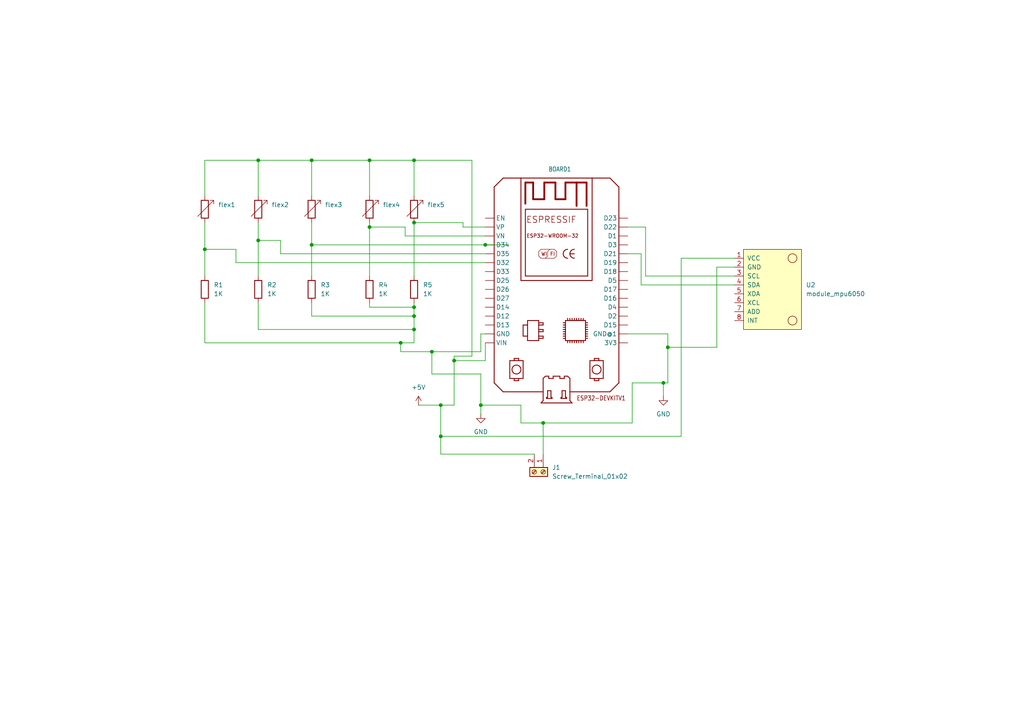
<source format=kicad_sch>
(kicad_sch
	(version 20231120)
	(generator "eeschema")
	(generator_version "8.0")
	(uuid "7a111039-ad2f-458a-b885-0d4968aac3ca")
	(paper "User" 292.1 205.105)
	(lib_symbols
		(symbol "Connector:Screw_Terminal_01x02"
			(pin_names
				(offset 1.016) hide)
			(exclude_from_sim no)
			(in_bom yes)
			(on_board yes)
			(property "Reference" "J"
				(at 0 2.54 0)
				(effects
					(font
						(size 1.27 1.27)
					)
				)
			)
			(property "Value" "Screw_Terminal_01x02"
				(at 0 -5.08 0)
				(effects
					(font
						(size 1.27 1.27)
					)
				)
			)
			(property "Footprint" ""
				(at 0 0 0)
				(effects
					(font
						(size 1.27 1.27)
					)
					(hide yes)
				)
			)
			(property "Datasheet" "~"
				(at 0 0 0)
				(effects
					(font
						(size 1.27 1.27)
					)
					(hide yes)
				)
			)
			(property "Description" "Generic screw terminal, single row, 01x02, script generated (kicad-library-utils/schlib/autogen/connector/)"
				(at 0 0 0)
				(effects
					(font
						(size 1.27 1.27)
					)
					(hide yes)
				)
			)
			(property "ki_keywords" "screw terminal"
				(at 0 0 0)
				(effects
					(font
						(size 1.27 1.27)
					)
					(hide yes)
				)
			)
			(property "ki_fp_filters" "TerminalBlock*:*"
				(at 0 0 0)
				(effects
					(font
						(size 1.27 1.27)
					)
					(hide yes)
				)
			)
			(symbol "Screw_Terminal_01x02_1_1"
				(rectangle
					(start -1.27 1.27)
					(end 1.27 -3.81)
					(stroke
						(width 0.254)
						(type default)
					)
					(fill
						(type background)
					)
				)
				(circle
					(center 0 -2.54)
					(radius 0.635)
					(stroke
						(width 0.1524)
						(type default)
					)
					(fill
						(type none)
					)
				)
				(polyline
					(pts
						(xy -0.5334 -2.2098) (xy 0.3302 -3.048)
					)
					(stroke
						(width 0.1524)
						(type default)
					)
					(fill
						(type none)
					)
				)
				(polyline
					(pts
						(xy -0.5334 0.3302) (xy 0.3302 -0.508)
					)
					(stroke
						(width 0.1524)
						(type default)
					)
					(fill
						(type none)
					)
				)
				(polyline
					(pts
						(xy -0.3556 -2.032) (xy 0.508 -2.8702)
					)
					(stroke
						(width 0.1524)
						(type default)
					)
					(fill
						(type none)
					)
				)
				(polyline
					(pts
						(xy -0.3556 0.508) (xy 0.508 -0.3302)
					)
					(stroke
						(width 0.1524)
						(type default)
					)
					(fill
						(type none)
					)
				)
				(circle
					(center 0 0)
					(radius 0.635)
					(stroke
						(width 0.1524)
						(type default)
					)
					(fill
						(type none)
					)
				)
				(pin passive line
					(at -5.08 0 0)
					(length 3.81)
					(name "Pin_1"
						(effects
							(font
								(size 1.27 1.27)
							)
						)
					)
					(number "1"
						(effects
							(font
								(size 1.27 1.27)
							)
						)
					)
				)
				(pin passive line
					(at -5.08 -2.54 0)
					(length 3.81)
					(name "Pin_2"
						(effects
							(font
								(size 1.27 1.27)
							)
						)
					)
					(number "2"
						(effects
							(font
								(size 1.27 1.27)
							)
						)
					)
				)
			)
		)
		(symbol "Device:R"
			(pin_numbers hide)
			(pin_names
				(offset 0)
			)
			(exclude_from_sim no)
			(in_bom yes)
			(on_board yes)
			(property "Reference" "R"
				(at 2.032 0 90)
				(effects
					(font
						(size 1.27 1.27)
					)
				)
			)
			(property "Value" "R"
				(at 0 0 90)
				(effects
					(font
						(size 1.27 1.27)
					)
				)
			)
			(property "Footprint" ""
				(at -1.778 0 90)
				(effects
					(font
						(size 1.27 1.27)
					)
					(hide yes)
				)
			)
			(property "Datasheet" "~"
				(at 0 0 0)
				(effects
					(font
						(size 1.27 1.27)
					)
					(hide yes)
				)
			)
			(property "Description" "Resistor"
				(at 0 0 0)
				(effects
					(font
						(size 1.27 1.27)
					)
					(hide yes)
				)
			)
			(property "ki_keywords" "R res resistor"
				(at 0 0 0)
				(effects
					(font
						(size 1.27 1.27)
					)
					(hide yes)
				)
			)
			(property "ki_fp_filters" "R_*"
				(at 0 0 0)
				(effects
					(font
						(size 1.27 1.27)
					)
					(hide yes)
				)
			)
			(symbol "R_0_1"
				(rectangle
					(start -1.016 -2.54)
					(end 1.016 2.54)
					(stroke
						(width 0.254)
						(type default)
					)
					(fill
						(type none)
					)
				)
			)
			(symbol "R_1_1"
				(pin passive line
					(at 0 3.81 270)
					(length 1.27)
					(name "~"
						(effects
							(font
								(size 1.27 1.27)
							)
						)
					)
					(number "1"
						(effects
							(font
								(size 1.27 1.27)
							)
						)
					)
				)
				(pin passive line
					(at 0 -3.81 90)
					(length 1.27)
					(name "~"
						(effects
							(font
								(size 1.27 1.27)
							)
						)
					)
					(number "2"
						(effects
							(font
								(size 1.27 1.27)
							)
						)
					)
				)
			)
		)
		(symbol "Device:R_Variable"
			(pin_numbers hide)
			(pin_names
				(offset 0)
			)
			(exclude_from_sim no)
			(in_bom yes)
			(on_board yes)
			(property "Reference" "R"
				(at 2.54 -2.54 90)
				(effects
					(font
						(size 1.27 1.27)
					)
					(justify left)
				)
			)
			(property "Value" "R_Variable"
				(at -2.54 -1.27 90)
				(effects
					(font
						(size 1.27 1.27)
					)
					(justify left)
				)
			)
			(property "Footprint" ""
				(at -1.778 0 90)
				(effects
					(font
						(size 1.27 1.27)
					)
					(hide yes)
				)
			)
			(property "Datasheet" "~"
				(at 0 0 0)
				(effects
					(font
						(size 1.27 1.27)
					)
					(hide yes)
				)
			)
			(property "Description" "Variable resistor"
				(at 0 0 0)
				(effects
					(font
						(size 1.27 1.27)
					)
					(hide yes)
				)
			)
			(property "ki_keywords" "R res resistor variable potentiometer rheostat"
				(at 0 0 0)
				(effects
					(font
						(size 1.27 1.27)
					)
					(hide yes)
				)
			)
			(property "ki_fp_filters" "R_*"
				(at 0 0 0)
				(effects
					(font
						(size 1.27 1.27)
					)
					(hide yes)
				)
			)
			(symbol "R_Variable_0_1"
				(rectangle
					(start -1.016 -2.54)
					(end 1.016 2.54)
					(stroke
						(width 0.254)
						(type default)
					)
					(fill
						(type none)
					)
				)
				(polyline
					(pts
						(xy 2.54 1.524) (xy 2.54 2.54) (xy 1.524 2.54) (xy 2.54 2.54) (xy -2.032 -2.032)
					)
					(stroke
						(width 0)
						(type default)
					)
					(fill
						(type none)
					)
				)
			)
			(symbol "R_Variable_1_1"
				(pin passive line
					(at 0 3.81 270)
					(length 1.27)
					(name "~"
						(effects
							(font
								(size 1.27 1.27)
							)
						)
					)
					(number "1"
						(effects
							(font
								(size 1.27 1.27)
							)
						)
					)
				)
				(pin passive line
					(at 0 -3.81 90)
					(length 1.27)
					(name "~"
						(effects
							(font
								(size 1.27 1.27)
							)
						)
					)
					(number "2"
						(effects
							(font
								(size 1.27 1.27)
							)
						)
					)
				)
			)
		)
		(symbol "ESP32-DEVKITV1:ESP32DEVKITV1"
			(exclude_from_sim no)
			(in_bom yes)
			(on_board yes)
			(property "Reference" "BOARD"
				(at 3.175 57.785 0)
				(effects
					(font
						(size 1.27 1.0795)
					)
					(justify left bottom)
				)
			)
			(property "Value" ""
				(at 0 0 0)
				(effects
					(font
						(size 1.27 1.27)
					)
					(hide yes)
				)
			)
			(property "Footprint" "ESP32-DEVKITV1:ESP32-DEVKITV1"
				(at 0 0 0)
				(effects
					(font
						(size 1.27 1.27)
					)
					(hide yes)
				)
			)
			(property "Datasheet" ""
				(at 0 0 0)
				(effects
					(font
						(size 1.27 1.27)
					)
					(hide yes)
				)
			)
			(property "Description" "https://github.com/shridattdudhat"
				(at 0 0 0)
				(effects
					(font
						(size 1.27 1.27)
					)
					(hide yes)
				)
			)
			(property "ki_locked" ""
				(at 0 0 0)
				(effects
					(font
						(size 1.27 1.27)
					)
				)
			)
			(symbol "ESP32DEVKITV1_1_0"
				(polyline
					(pts
						(xy 0 -1.27) (xy 0 54.61)
					)
					(stroke
						(width 0.254)
						(type solid)
					)
					(fill
						(type none)
					)
				)
				(polyline
					(pts
						(xy 0 54.61) (xy 2.54 57.15)
					)
					(stroke
						(width 0.254)
						(type solid)
					)
					(fill
						(type none)
					)
				)
				(polyline
					(pts
						(xy 2.54 -3.81) (xy 0 -1.27)
					)
					(stroke
						(width 0.254)
						(type solid)
					)
					(fill
						(type none)
					)
				)
				(polyline
					(pts
						(xy 2.54 57.15) (xy 7.62 57.15)
					)
					(stroke
						(width 0.254)
						(type solid)
					)
					(fill
						(type none)
					)
				)
				(polyline
					(pts
						(xy 4.445 0) (xy 4.445 5.08)
					)
					(stroke
						(width 0.254)
						(type solid)
					)
					(fill
						(type none)
					)
				)
				(polyline
					(pts
						(xy 4.445 5.08) (xy 5.715 5.08)
					)
					(stroke
						(width 0.254)
						(type solid)
					)
					(fill
						(type none)
					)
				)
				(polyline
					(pts
						(xy 5.715 -0.635) (xy 6.985 -0.635)
					)
					(stroke
						(width 0.254)
						(type solid)
					)
					(fill
						(type none)
					)
				)
				(polyline
					(pts
						(xy 5.715 0) (xy 4.445 0)
					)
					(stroke
						(width 0.254)
						(type solid)
					)
					(fill
						(type none)
					)
				)
				(polyline
					(pts
						(xy 5.715 0) (xy 5.715 -0.635)
					)
					(stroke
						(width 0.254)
						(type solid)
					)
					(fill
						(type none)
					)
				)
				(polyline
					(pts
						(xy 5.715 5.08) (xy 5.715 5.715)
					)
					(stroke
						(width 0.254)
						(type solid)
					)
					(fill
						(type none)
					)
				)
				(polyline
					(pts
						(xy 5.715 5.08) (xy 6.985 5.08)
					)
					(stroke
						(width 0.254)
						(type solid)
					)
					(fill
						(type none)
					)
				)
				(polyline
					(pts
						(xy 5.715 5.715) (xy 6.985 5.715)
					)
					(stroke
						(width 0.254)
						(type solid)
					)
					(fill
						(type none)
					)
				)
				(polyline
					(pts
						(xy 6.985 -0.635) (xy 6.985 0)
					)
					(stroke
						(width 0.254)
						(type solid)
					)
					(fill
						(type none)
					)
				)
				(polyline
					(pts
						(xy 6.985 0) (xy 5.715 0)
					)
					(stroke
						(width 0.254)
						(type solid)
					)
					(fill
						(type none)
					)
				)
				(polyline
					(pts
						(xy 6.985 5.08) (xy 8.255 5.08)
					)
					(stroke
						(width 0.254)
						(type solid)
					)
					(fill
						(type none)
					)
				)
				(polyline
					(pts
						(xy 6.985 5.715) (xy 6.985 5.08)
					)
					(stroke
						(width 0.254)
						(type solid)
					)
					(fill
						(type none)
					)
				)
				(polyline
					(pts
						(xy 7.62 27.94) (xy 7.62 57.15)
					)
					(stroke
						(width 0.254)
						(type solid)
					)
					(fill
						(type none)
					)
				)
				(polyline
					(pts
						(xy 7.62 27.94) (xy 27.94 27.94)
					)
					(stroke
						(width 0.254)
						(type solid)
					)
					(fill
						(type none)
					)
				)
				(polyline
					(pts
						(xy 7.62 57.15) (xy 27.94 57.15)
					)
					(stroke
						(width 0.254)
						(type solid)
					)
					(fill
						(type none)
					)
				)
				(polyline
					(pts
						(xy 8.255 0) (xy 6.985 0)
					)
					(stroke
						(width 0.254)
						(type solid)
					)
					(fill
						(type none)
					)
				)
				(polyline
					(pts
						(xy 8.255 5.08) (xy 8.255 0)
					)
					(stroke
						(width 0.254)
						(type solid)
					)
					(fill
						(type none)
					)
				)
				(polyline
					(pts
						(xy 8.255 12.065) (xy 8.255 15.24)
					)
					(stroke
						(width 0.254)
						(type solid)
					)
					(fill
						(type none)
					)
				)
				(polyline
					(pts
						(xy 8.255 12.065) (xy 9.525 12.065)
					)
					(stroke
						(width 0.254)
						(type solid)
					)
					(fill
						(type none)
					)
				)
				(polyline
					(pts
						(xy 8.255 15.24) (xy 9.525 15.24)
					)
					(stroke
						(width 0.254)
						(type solid)
					)
					(fill
						(type none)
					)
				)
				(polyline
					(pts
						(xy 8.89 29.21) (xy 26.67 29.21)
					)
					(stroke
						(width 0.254)
						(type solid)
					)
					(fill
						(type none)
					)
				)
				(polyline
					(pts
						(xy 8.89 48.26) (xy 8.89 29.21)
					)
					(stroke
						(width 0.254)
						(type solid)
					)
					(fill
						(type none)
					)
				)
				(polyline
					(pts
						(xy 8.89 49.8475) (xy 8.89 55.88)
					)
					(stroke
						(width 0.508)
						(type solid)
					)
					(fill
						(type none)
					)
				)
				(polyline
					(pts
						(xy 8.89 55.88) (xy 11.1125 55.88)
					)
					(stroke
						(width 0.508)
						(type solid)
					)
					(fill
						(type none)
					)
				)
				(polyline
					(pts
						(xy 9.525 10.795) (xy 12.7 10.795)
					)
					(stroke
						(width 0.254)
						(type solid)
					)
					(fill
						(type none)
					)
				)
				(polyline
					(pts
						(xy 9.525 12.065) (xy 9.525 10.795)
					)
					(stroke
						(width 0.254)
						(type solid)
					)
					(fill
						(type none)
					)
				)
				(polyline
					(pts
						(xy 9.525 15.24) (xy 9.525 12.065)
					)
					(stroke
						(width 0.254)
						(type solid)
					)
					(fill
						(type none)
					)
				)
				(polyline
					(pts
						(xy 9.525 16.51) (xy 9.525 15.24)
					)
					(stroke
						(width 0.254)
						(type solid)
					)
					(fill
						(type none)
					)
				)
				(polyline
					(pts
						(xy 11.1125 51.1175) (xy 14.2875 51.1175)
					)
					(stroke
						(width 0.508)
						(type solid)
					)
					(fill
						(type none)
					)
				)
				(polyline
					(pts
						(xy 11.1125 55.88) (xy 11.1125 51.1175)
					)
					(stroke
						(width 0.508)
						(type solid)
					)
					(fill
						(type none)
					)
				)
				(polyline
					(pts
						(xy 12.7 10.795) (xy 12.7 11.43)
					)
					(stroke
						(width 0.254)
						(type solid)
					)
					(fill
						(type none)
					)
				)
				(polyline
					(pts
						(xy 12.7 11.43) (xy 12.7 12.065)
					)
					(stroke
						(width 0.254)
						(type solid)
					)
					(fill
						(type none)
					)
				)
				(polyline
					(pts
						(xy 12.7 11.43) (xy 13.97 11.43)
					)
					(stroke
						(width 0.254)
						(type solid)
					)
					(fill
						(type none)
					)
				)
				(polyline
					(pts
						(xy 12.7 12.065) (xy 12.7 13.335)
					)
					(stroke
						(width 0.254)
						(type solid)
					)
					(fill
						(type none)
					)
				)
				(polyline
					(pts
						(xy 12.7 13.335) (xy 12.7 13.97)
					)
					(stroke
						(width 0.254)
						(type solid)
					)
					(fill
						(type none)
					)
				)
				(polyline
					(pts
						(xy 12.7 13.335) (xy 13.97 13.335)
					)
					(stroke
						(width 0.254)
						(type solid)
					)
					(fill
						(type none)
					)
				)
				(polyline
					(pts
						(xy 12.7 13.97) (xy 12.7 15.24)
					)
					(stroke
						(width 0.254)
						(type solid)
					)
					(fill
						(type none)
					)
				)
				(polyline
					(pts
						(xy 12.7 15.24) (xy 12.7 15.875)
					)
					(stroke
						(width 0.254)
						(type solid)
					)
					(fill
						(type none)
					)
				)
				(polyline
					(pts
						(xy 12.7 15.24) (xy 13.97 15.24)
					)
					(stroke
						(width 0.254)
						(type solid)
					)
					(fill
						(type none)
					)
				)
				(polyline
					(pts
						(xy 12.7 15.875) (xy 12.7 16.51)
					)
					(stroke
						(width 0.254)
						(type solid)
					)
					(fill
						(type none)
					)
				)
				(polyline
					(pts
						(xy 12.7 16.51) (xy 9.525 16.51)
					)
					(stroke
						(width 0.254)
						(type solid)
					)
					(fill
						(type none)
					)
				)
				(polyline
					(pts
						(xy 12.7 34.925) (xy 12.7 36.195)
					)
					(stroke
						(width 0.127)
						(type solid)
					)
					(fill
						(type none)
					)
				)
				(polyline
					(pts
						(xy 12.7 36.195) (xy 13.335 36.83)
					)
					(stroke
						(width 0.127)
						(type solid)
					)
					(fill
						(type none)
					)
				)
				(polyline
					(pts
						(xy 13.335 -6.985) (xy 22.225 -6.985)
					)
					(stroke
						(width 0.254)
						(type solid)
					)
					(fill
						(type none)
					)
				)
				(polyline
					(pts
						(xy 13.335 34.29) (xy 12.7 34.925)
					)
					(stroke
						(width 0.127)
						(type solid)
					)
					(fill
						(type none)
					)
				)
				(polyline
					(pts
						(xy 13.335 36.83) (xy 15.875 36.83)
					)
					(stroke
						(width 0.127)
						(type solid)
					)
					(fill
						(type none)
					)
				)
				(polyline
					(pts
						(xy 13.97 -6.35) (xy 13.335 -6.985)
					)
					(stroke
						(width 0.254)
						(type solid)
					)
					(fill
						(type none)
					)
				)
				(polyline
					(pts
						(xy 13.97 -3.81) (xy 2.54 -3.81)
					)
					(stroke
						(width 0.254)
						(type solid)
					)
					(fill
						(type none)
					)
				)
				(polyline
					(pts
						(xy 13.97 -3.81) (xy 13.97 -6.35)
					)
					(stroke
						(width 0.254)
						(type solid)
					)
					(fill
						(type none)
					)
				)
				(polyline
					(pts
						(xy 13.97 -3.81) (xy 13.97 0)
					)
					(stroke
						(width 0.254)
						(type solid)
					)
					(fill
						(type none)
					)
				)
				(polyline
					(pts
						(xy 13.97 0) (xy 14.605 0.635)
					)
					(stroke
						(width 0.254)
						(type solid)
					)
					(fill
						(type none)
					)
				)
				(polyline
					(pts
						(xy 13.97 11.43) (xy 13.97 12.065)
					)
					(stroke
						(width 0.254)
						(type solid)
					)
					(fill
						(type none)
					)
				)
				(polyline
					(pts
						(xy 13.97 12.065) (xy 12.7 12.065)
					)
					(stroke
						(width 0.254)
						(type solid)
					)
					(fill
						(type none)
					)
				)
				(polyline
					(pts
						(xy 13.97 13.335) (xy 13.97 13.97)
					)
					(stroke
						(width 0.254)
						(type solid)
					)
					(fill
						(type none)
					)
				)
				(polyline
					(pts
						(xy 13.97 13.97) (xy 12.7 13.97)
					)
					(stroke
						(width 0.254)
						(type solid)
					)
					(fill
						(type none)
					)
				)
				(polyline
					(pts
						(xy 13.97 15.24) (xy 13.97 15.875)
					)
					(stroke
						(width 0.254)
						(type solid)
					)
					(fill
						(type none)
					)
				)
				(polyline
					(pts
						(xy 13.97 15.875) (xy 12.7 15.875)
					)
					(stroke
						(width 0.254)
						(type solid)
					)
					(fill
						(type none)
					)
				)
				(polyline
					(pts
						(xy 14.2875 51.1175) (xy 14.2875 55.88)
					)
					(stroke
						(width 0.508)
						(type solid)
					)
					(fill
						(type none)
					)
				)
				(polyline
					(pts
						(xy 14.2875 55.88) (xy 17.4625 55.88)
					)
					(stroke
						(width 0.508)
						(type solid)
					)
					(fill
						(type none)
					)
				)
				(polyline
					(pts
						(xy 14.605 0.635) (xy 15.5575 0.635)
					)
					(stroke
						(width 0.254)
						(type solid)
					)
					(fill
						(type none)
					)
				)
				(polyline
					(pts
						(xy 14.605 34.29) (xy 13.335 34.29)
					)
					(stroke
						(width 0.127)
						(type solid)
					)
					(fill
						(type none)
					)
				)
				(polyline
					(pts
						(xy 14.9225 -5.715) (xy 14.9225 -5.3975)
					)
					(stroke
						(width 0.254)
						(type solid)
					)
					(fill
						(type none)
					)
				)
				(polyline
					(pts
						(xy 14.9225 -5.3975) (xy 15.24 -5.3975)
					)
					(stroke
						(width 0.254)
						(type solid)
					)
					(fill
						(type none)
					)
				)
				(polyline
					(pts
						(xy 15.24 -5.3975) (xy 15.24 -3.4925)
					)
					(stroke
						(width 0.254)
						(type solid)
					)
					(fill
						(type none)
					)
				)
				(polyline
					(pts
						(xy 15.24 -3.4925) (xy 16.1925 -3.4925)
					)
					(stroke
						(width 0.254)
						(type solid)
					)
					(fill
						(type none)
					)
				)
				(polyline
					(pts
						(xy 15.24 34.925) (xy 14.605 34.29)
					)
					(stroke
						(width 0.127)
						(type solid)
					)
					(fill
						(type none)
					)
				)
				(polyline
					(pts
						(xy 15.24 36.195) (xy 15.24 34.925)
					)
					(stroke
						(width 0.127)
						(type solid)
					)
					(fill
						(type none)
					)
				)
				(polyline
					(pts
						(xy 15.5575 0) (xy 16.8275 0)
					)
					(stroke
						(width 0.254)
						(type solid)
					)
					(fill
						(type none)
					)
				)
				(polyline
					(pts
						(xy 15.5575 0.635) (xy 15.5575 0)
					)
					(stroke
						(width 0.254)
						(type solid)
					)
					(fill
						(type none)
					)
				)
				(polyline
					(pts
						(xy 15.875 36.83) (xy 15.24 36.195)
					)
					(stroke
						(width 0.127)
						(type solid)
					)
					(fill
						(type none)
					)
				)
				(polyline
					(pts
						(xy 15.875 36.83) (xy 17.145 36.83)
					)
					(stroke
						(width 0.127)
						(type solid)
					)
					(fill
						(type none)
					)
				)
				(polyline
					(pts
						(xy 16.1925 -3.4925) (xy 16.1925 -5.3975)
					)
					(stroke
						(width 0.254)
						(type solid)
					)
					(fill
						(type none)
					)
				)
				(polyline
					(pts
						(xy 16.51 -5.715) (xy 14.9225 -5.715)
					)
					(stroke
						(width 0.254)
						(type solid)
					)
					(fill
						(type none)
					)
				)
				(polyline
					(pts
						(xy 16.51 -5.715) (xy 16.51 -5.3975)
					)
					(stroke
						(width 0.254)
						(type solid)
					)
					(fill
						(type none)
					)
				)
				(polyline
					(pts
						(xy 16.51 -5.3975) (xy 16.1925 -5.3975)
					)
					(stroke
						(width 0.254)
						(type solid)
					)
					(fill
						(type none)
					)
				)
				(polyline
					(pts
						(xy 16.8275 0) (xy 16.8275 0.635)
					)
					(stroke
						(width 0.254)
						(type solid)
					)
					(fill
						(type none)
					)
				)
				(polyline
					(pts
						(xy 16.8275 0.635) (xy 18.7325 0.635)
					)
					(stroke
						(width 0.254)
						(type solid)
					)
					(fill
						(type none)
					)
				)
				(polyline
					(pts
						(xy 17.145 34.29) (xy 14.605 34.29)
					)
					(stroke
						(width 0.127)
						(type solid)
					)
					(fill
						(type none)
					)
				)
				(polyline
					(pts
						(xy 17.145 36.83) (xy 17.78 36.195)
					)
					(stroke
						(width 0.127)
						(type solid)
					)
					(fill
						(type none)
					)
				)
				(polyline
					(pts
						(xy 17.4625 51.1175) (xy 20.32 51.1175)
					)
					(stroke
						(width 0.508)
						(type solid)
					)
					(fill
						(type none)
					)
				)
				(polyline
					(pts
						(xy 17.4625 55.88) (xy 17.4625 51.1175)
					)
					(stroke
						(width 0.508)
						(type solid)
					)
					(fill
						(type none)
					)
				)
				(polyline
					(pts
						(xy 17.78 34.925) (xy 17.145 34.29)
					)
					(stroke
						(width 0.127)
						(type solid)
					)
					(fill
						(type none)
					)
				)
				(polyline
					(pts
						(xy 17.78 36.195) (xy 17.78 34.925)
					)
					(stroke
						(width 0.127)
						(type solid)
					)
					(fill
						(type none)
					)
				)
				(polyline
					(pts
						(xy 18.7325 0) (xy 20.0025 0)
					)
					(stroke
						(width 0.254)
						(type solid)
					)
					(fill
						(type none)
					)
				)
				(polyline
					(pts
						(xy 18.7325 0.635) (xy 18.7325 0)
					)
					(stroke
						(width 0.254)
						(type solid)
					)
					(fill
						(type none)
					)
				)
				(polyline
					(pts
						(xy 19.05 -5.715) (xy 19.05 -5.3975)
					)
					(stroke
						(width 0.254)
						(type solid)
					)
					(fill
						(type none)
					)
				)
				(polyline
					(pts
						(xy 19.05 -5.3975) (xy 19.3675 -5.3975)
					)
					(stroke
						(width 0.254)
						(type solid)
					)
					(fill
						(type none)
					)
				)
				(polyline
					(pts
						(xy 19.3675 -5.3975) (xy 19.3675 -3.4925)
					)
					(stroke
						(width 0.254)
						(type solid)
					)
					(fill
						(type none)
					)
				)
				(polyline
					(pts
						(xy 19.3675 -3.4925) (xy 20.32 -3.4925)
					)
					(stroke
						(width 0.254)
						(type solid)
					)
					(fill
						(type none)
					)
				)
				(polyline
					(pts
						(xy 20.0025 0) (xy 20.0025 0.635)
					)
					(stroke
						(width 0.254)
						(type solid)
					)
					(fill
						(type none)
					)
				)
				(polyline
					(pts
						(xy 20.0025 0.635) (xy 20.955 0.635)
					)
					(stroke
						(width 0.254)
						(type solid)
					)
					(fill
						(type none)
					)
				)
				(polyline
					(pts
						(xy 20.32 -3.4925) (xy 20.32 -5.3975)
					)
					(stroke
						(width 0.254)
						(type solid)
					)
					(fill
						(type none)
					)
				)
				(polyline
					(pts
						(xy 20.32 10.795) (xy 20.32 11.43)
					)
					(stroke
						(width 0.254)
						(type solid)
					)
					(fill
						(type none)
					)
				)
				(polyline
					(pts
						(xy 20.32 11.43) (xy 19.685 11.43)
					)
					(stroke
						(width 0.254)
						(type solid)
					)
					(fill
						(type none)
					)
				)
				(polyline
					(pts
						(xy 20.32 11.43) (xy 20.32 12.065)
					)
					(stroke
						(width 0.254)
						(type solid)
					)
					(fill
						(type none)
					)
				)
				(polyline
					(pts
						(xy 20.32 12.065) (xy 19.685 12.065)
					)
					(stroke
						(width 0.254)
						(type solid)
					)
					(fill
						(type none)
					)
				)
				(polyline
					(pts
						(xy 20.32 12.065) (xy 20.32 12.7)
					)
					(stroke
						(width 0.254)
						(type solid)
					)
					(fill
						(type none)
					)
				)
				(polyline
					(pts
						(xy 20.32 12.7) (xy 19.685 12.7)
					)
					(stroke
						(width 0.254)
						(type solid)
					)
					(fill
						(type none)
					)
				)
				(polyline
					(pts
						(xy 20.32 12.7) (xy 20.32 13.335)
					)
					(stroke
						(width 0.254)
						(type solid)
					)
					(fill
						(type none)
					)
				)
				(polyline
					(pts
						(xy 20.32 13.335) (xy 19.685 13.335)
					)
					(stroke
						(width 0.254)
						(type solid)
					)
					(fill
						(type none)
					)
				)
				(polyline
					(pts
						(xy 20.32 13.335) (xy 20.32 13.97)
					)
					(stroke
						(width 0.254)
						(type solid)
					)
					(fill
						(type none)
					)
				)
				(polyline
					(pts
						(xy 20.32 13.97) (xy 19.685 13.97)
					)
					(stroke
						(width 0.254)
						(type solid)
					)
					(fill
						(type none)
					)
				)
				(polyline
					(pts
						(xy 20.32 13.97) (xy 20.32 14.605)
					)
					(stroke
						(width 0.254)
						(type solid)
					)
					(fill
						(type none)
					)
				)
				(polyline
					(pts
						(xy 20.32 14.605) (xy 19.685 14.605)
					)
					(stroke
						(width 0.254)
						(type solid)
					)
					(fill
						(type none)
					)
				)
				(polyline
					(pts
						(xy 20.32 14.605) (xy 20.32 15.24)
					)
					(stroke
						(width 0.254)
						(type solid)
					)
					(fill
						(type none)
					)
				)
				(polyline
					(pts
						(xy 20.32 15.24) (xy 19.685 15.24)
					)
					(stroke
						(width 0.254)
						(type solid)
					)
					(fill
						(type none)
					)
				)
				(polyline
					(pts
						(xy 20.32 15.24) (xy 20.32 15.875)
					)
					(stroke
						(width 0.254)
						(type solid)
					)
					(fill
						(type none)
					)
				)
				(polyline
					(pts
						(xy 20.32 15.875) (xy 19.685 15.875)
					)
					(stroke
						(width 0.254)
						(type solid)
					)
					(fill
						(type none)
					)
				)
				(polyline
					(pts
						(xy 20.32 15.875) (xy 20.32 16.51)
					)
					(stroke
						(width 0.254)
						(type solid)
					)
					(fill
						(type none)
					)
				)
				(polyline
					(pts
						(xy 20.32 16.51) (xy 20.955 16.51)
					)
					(stroke
						(width 0.254)
						(type solid)
					)
					(fill
						(type none)
					)
				)
				(polyline
					(pts
						(xy 20.32 51.1175) (xy 20.32 55.88)
					)
					(stroke
						(width 0.508)
						(type solid)
					)
					(fill
						(type none)
					)
				)
				(polyline
					(pts
						(xy 20.32 55.88) (xy 23.495 55.88)
					)
					(stroke
						(width 0.508)
						(type solid)
					)
					(fill
						(type none)
					)
				)
				(polyline
					(pts
						(xy 20.6375 -5.715) (xy 19.05 -5.715)
					)
					(stroke
						(width 0.254)
						(type solid)
					)
					(fill
						(type none)
					)
				)
				(polyline
					(pts
						(xy 20.6375 -5.715) (xy 20.6375 -5.3975)
					)
					(stroke
						(width 0.254)
						(type solid)
					)
					(fill
						(type none)
					)
				)
				(polyline
					(pts
						(xy 20.6375 -5.3975) (xy 20.32 -5.3975)
					)
					(stroke
						(width 0.254)
						(type solid)
					)
					(fill
						(type none)
					)
				)
				(polyline
					(pts
						(xy 20.955 0.635) (xy 21.59 0)
					)
					(stroke
						(width 0.254)
						(type solid)
					)
					(fill
						(type none)
					)
				)
				(polyline
					(pts
						(xy 20.955 10.795) (xy 20.32 10.795)
					)
					(stroke
						(width 0.254)
						(type solid)
					)
					(fill
						(type none)
					)
				)
				(polyline
					(pts
						(xy 20.955 10.795) (xy 20.955 10.16)
					)
					(stroke
						(width 0.254)
						(type solid)
					)
					(fill
						(type none)
					)
				)
				(polyline
					(pts
						(xy 20.955 16.51) (xy 20.955 17.145)
					)
					(stroke
						(width 0.254)
						(type solid)
					)
					(fill
						(type none)
					)
				)
				(polyline
					(pts
						(xy 20.955 16.51) (xy 21.59 16.51)
					)
					(stroke
						(width 0.254)
						(type solid)
					)
					(fill
						(type none)
					)
				)
				(polyline
					(pts
						(xy 21.59 -6.35) (xy 22.225 -6.985)
					)
					(stroke
						(width 0.254)
						(type solid)
					)
					(fill
						(type none)
					)
				)
				(polyline
					(pts
						(xy 21.59 -3.81) (xy 21.59 -6.35)
					)
					(stroke
						(width 0.254)
						(type solid)
					)
					(fill
						(type none)
					)
				)
				(polyline
					(pts
						(xy 21.59 0) (xy 21.59 -3.81)
					)
					(stroke
						(width 0.254)
						(type solid)
					)
					(fill
						(type none)
					)
				)
				(polyline
					(pts
						(xy 21.59 10.795) (xy 20.955 10.795)
					)
					(stroke
						(width 0.254)
						(type solid)
					)
					(fill
						(type none)
					)
				)
				(polyline
					(pts
						(xy 21.59 10.795) (xy 21.59 10.16)
					)
					(stroke
						(width 0.254)
						(type solid)
					)
					(fill
						(type none)
					)
				)
				(polyline
					(pts
						(xy 21.59 16.51) (xy 21.59 17.145)
					)
					(stroke
						(width 0.254)
						(type solid)
					)
					(fill
						(type none)
					)
				)
				(polyline
					(pts
						(xy 21.59 16.51) (xy 22.225 16.51)
					)
					(stroke
						(width 0.254)
						(type solid)
					)
					(fill
						(type none)
					)
				)
				(polyline
					(pts
						(xy 21.59 35.56) (xy 22.86 35.56)
					)
					(stroke
						(width 0.254)
						(type solid)
					)
					(fill
						(type none)
					)
				)
				(polyline
					(pts
						(xy 22.225 10.795) (xy 21.59 10.795)
					)
					(stroke
						(width 0.254)
						(type solid)
					)
					(fill
						(type none)
					)
				)
				(polyline
					(pts
						(xy 22.225 10.795) (xy 22.225 10.16)
					)
					(stroke
						(width 0.254)
						(type solid)
					)
					(fill
						(type none)
					)
				)
				(polyline
					(pts
						(xy 22.225 16.51) (xy 22.225 17.145)
					)
					(stroke
						(width 0.254)
						(type solid)
					)
					(fill
						(type none)
					)
				)
				(polyline
					(pts
						(xy 22.225 16.51) (xy 22.86 16.51)
					)
					(stroke
						(width 0.254)
						(type solid)
					)
					(fill
						(type none)
					)
				)
				(polyline
					(pts
						(xy 22.86 10.795) (xy 22.225 10.795)
					)
					(stroke
						(width 0.254)
						(type solid)
					)
					(fill
						(type none)
					)
				)
				(polyline
					(pts
						(xy 22.86 10.795) (xy 22.86 10.16)
					)
					(stroke
						(width 0.254)
						(type solid)
					)
					(fill
						(type none)
					)
				)
				(polyline
					(pts
						(xy 22.86 16.51) (xy 22.86 17.145)
					)
					(stroke
						(width 0.254)
						(type solid)
					)
					(fill
						(type none)
					)
				)
				(polyline
					(pts
						(xy 22.86 16.51) (xy 23.495 16.51)
					)
					(stroke
						(width 0.254)
						(type solid)
					)
					(fill
						(type none)
					)
				)
				(polyline
					(pts
						(xy 23.495 10.795) (xy 22.86 10.795)
					)
					(stroke
						(width 0.254)
						(type solid)
					)
					(fill
						(type none)
					)
				)
				(polyline
					(pts
						(xy 23.495 10.795) (xy 23.495 10.16)
					)
					(stroke
						(width 0.254)
						(type solid)
					)
					(fill
						(type none)
					)
				)
				(polyline
					(pts
						(xy 23.495 16.51) (xy 23.495 17.145)
					)
					(stroke
						(width 0.254)
						(type solid)
					)
					(fill
						(type none)
					)
				)
				(polyline
					(pts
						(xy 23.495 16.51) (xy 24.13 16.51)
					)
					(stroke
						(width 0.254)
						(type solid)
					)
					(fill
						(type none)
					)
				)
				(polyline
					(pts
						(xy 23.495 55.88) (xy 23.495 49.2125)
					)
					(stroke
						(width 0.508)
						(type solid)
					)
					(fill
						(type none)
					)
				)
				(polyline
					(pts
						(xy 23.495 55.88) (xy 26.3525 55.88)
					)
					(stroke
						(width 0.508)
						(type solid)
					)
					(fill
						(type none)
					)
				)
				(polyline
					(pts
						(xy 24.13 10.795) (xy 23.495 10.795)
					)
					(stroke
						(width 0.254)
						(type solid)
					)
					(fill
						(type none)
					)
				)
				(polyline
					(pts
						(xy 24.13 10.795) (xy 24.13 10.16)
					)
					(stroke
						(width 0.254)
						(type solid)
					)
					(fill
						(type none)
					)
				)
				(polyline
					(pts
						(xy 24.13 16.51) (xy 24.13 17.145)
					)
					(stroke
						(width 0.254)
						(type solid)
					)
					(fill
						(type none)
					)
				)
				(polyline
					(pts
						(xy 24.13 16.51) (xy 24.765 16.51)
					)
					(stroke
						(width 0.254)
						(type solid)
					)
					(fill
						(type none)
					)
				)
				(polyline
					(pts
						(xy 24.765 10.795) (xy 24.13 10.795)
					)
					(stroke
						(width 0.254)
						(type solid)
					)
					(fill
						(type none)
					)
				)
				(polyline
					(pts
						(xy 24.765 10.795) (xy 24.765 10.16)
					)
					(stroke
						(width 0.254)
						(type solid)
					)
					(fill
						(type none)
					)
				)
				(polyline
					(pts
						(xy 24.765 16.51) (xy 24.765 17.145)
					)
					(stroke
						(width 0.254)
						(type solid)
					)
					(fill
						(type none)
					)
				)
				(polyline
					(pts
						(xy 24.765 16.51) (xy 25.4 16.51)
					)
					(stroke
						(width 0.254)
						(type solid)
					)
					(fill
						(type none)
					)
				)
				(polyline
					(pts
						(xy 25.4 10.795) (xy 24.765 10.795)
					)
					(stroke
						(width 0.254)
						(type solid)
					)
					(fill
						(type none)
					)
				)
				(polyline
					(pts
						(xy 25.4 10.795) (xy 25.4 10.16)
					)
					(stroke
						(width 0.254)
						(type solid)
					)
					(fill
						(type none)
					)
				)
				(polyline
					(pts
						(xy 25.4 16.51) (xy 25.4 17.145)
					)
					(stroke
						(width 0.254)
						(type solid)
					)
					(fill
						(type none)
					)
				)
				(polyline
					(pts
						(xy 25.4 16.51) (xy 26.035 16.51)
					)
					(stroke
						(width 0.254)
						(type solid)
					)
					(fill
						(type none)
					)
				)
				(polyline
					(pts
						(xy 26.035 10.795) (xy 25.4 10.795)
					)
					(stroke
						(width 0.254)
						(type solid)
					)
					(fill
						(type none)
					)
				)
				(polyline
					(pts
						(xy 26.035 11.43) (xy 26.035 10.795)
					)
					(stroke
						(width 0.254)
						(type solid)
					)
					(fill
						(type none)
					)
				)
				(polyline
					(pts
						(xy 26.035 11.43) (xy 26.67 11.43)
					)
					(stroke
						(width 0.254)
						(type solid)
					)
					(fill
						(type none)
					)
				)
				(polyline
					(pts
						(xy 26.035 12.065) (xy 26.035 11.43)
					)
					(stroke
						(width 0.254)
						(type solid)
					)
					(fill
						(type none)
					)
				)
				(polyline
					(pts
						(xy 26.035 12.065) (xy 26.67 12.065)
					)
					(stroke
						(width 0.254)
						(type solid)
					)
					(fill
						(type none)
					)
				)
				(polyline
					(pts
						(xy 26.035 12.7) (xy 26.035 12.065)
					)
					(stroke
						(width 0.254)
						(type solid)
					)
					(fill
						(type none)
					)
				)
				(polyline
					(pts
						(xy 26.035 12.7) (xy 26.67 12.7)
					)
					(stroke
						(width 0.254)
						(type solid)
					)
					(fill
						(type none)
					)
				)
				(polyline
					(pts
						(xy 26.035 13.335) (xy 26.035 12.7)
					)
					(stroke
						(width 0.254)
						(type solid)
					)
					(fill
						(type none)
					)
				)
				(polyline
					(pts
						(xy 26.035 13.335) (xy 26.67 13.335)
					)
					(stroke
						(width 0.254)
						(type solid)
					)
					(fill
						(type none)
					)
				)
				(polyline
					(pts
						(xy 26.035 13.97) (xy 26.035 13.335)
					)
					(stroke
						(width 0.254)
						(type solid)
					)
					(fill
						(type none)
					)
				)
				(polyline
					(pts
						(xy 26.035 13.97) (xy 26.67 13.97)
					)
					(stroke
						(width 0.254)
						(type solid)
					)
					(fill
						(type none)
					)
				)
				(polyline
					(pts
						(xy 26.035 14.605) (xy 26.035 13.97)
					)
					(stroke
						(width 0.254)
						(type solid)
					)
					(fill
						(type none)
					)
				)
				(polyline
					(pts
						(xy 26.035 14.605) (xy 26.67 14.605)
					)
					(stroke
						(width 0.254)
						(type solid)
					)
					(fill
						(type none)
					)
				)
				(polyline
					(pts
						(xy 26.035 15.24) (xy 26.035 14.605)
					)
					(stroke
						(width 0.254)
						(type solid)
					)
					(fill
						(type none)
					)
				)
				(polyline
					(pts
						(xy 26.035 15.24) (xy 26.67 15.24)
					)
					(stroke
						(width 0.254)
						(type solid)
					)
					(fill
						(type none)
					)
				)
				(polyline
					(pts
						(xy 26.035 15.875) (xy 26.035 15.24)
					)
					(stroke
						(width 0.254)
						(type solid)
					)
					(fill
						(type none)
					)
				)
				(polyline
					(pts
						(xy 26.035 15.875) (xy 26.67 15.875)
					)
					(stroke
						(width 0.254)
						(type solid)
					)
					(fill
						(type none)
					)
				)
				(polyline
					(pts
						(xy 26.035 16.51) (xy 26.035 15.875)
					)
					(stroke
						(width 0.254)
						(type solid)
					)
					(fill
						(type none)
					)
				)
				(polyline
					(pts
						(xy 26.3525 55.88) (xy 26.3525 49.2125)
					)
					(stroke
						(width 0.508)
						(type solid)
					)
					(fill
						(type none)
					)
				)
				(polyline
					(pts
						(xy 26.67 29.21) (xy 26.67 48.26)
					)
					(stroke
						(width 0.254)
						(type solid)
					)
					(fill
						(type none)
					)
				)
				(polyline
					(pts
						(xy 26.67 48.26) (xy 8.89 48.26)
					)
					(stroke
						(width 0.254)
						(type solid)
					)
					(fill
						(type none)
					)
				)
				(polyline
					(pts
						(xy 27.305 0) (xy 27.305 5.08)
					)
					(stroke
						(width 0.254)
						(type solid)
					)
					(fill
						(type none)
					)
				)
				(polyline
					(pts
						(xy 27.305 5.08) (xy 28.575 5.08)
					)
					(stroke
						(width 0.254)
						(type solid)
					)
					(fill
						(type none)
					)
				)
				(polyline
					(pts
						(xy 27.94 27.94) (xy 27.94 57.15)
					)
					(stroke
						(width 0.254)
						(type solid)
					)
					(fill
						(type none)
					)
				)
				(polyline
					(pts
						(xy 27.94 57.15) (xy 33.02 57.15)
					)
					(stroke
						(width 0.254)
						(type solid)
					)
					(fill
						(type none)
					)
				)
				(polyline
					(pts
						(xy 28.575 -0.635) (xy 29.845 -0.635)
					)
					(stroke
						(width 0.254)
						(type solid)
					)
					(fill
						(type none)
					)
				)
				(polyline
					(pts
						(xy 28.575 0) (xy 27.305 0)
					)
					(stroke
						(width 0.254)
						(type solid)
					)
					(fill
						(type none)
					)
				)
				(polyline
					(pts
						(xy 28.575 0) (xy 28.575 -0.635)
					)
					(stroke
						(width 0.254)
						(type solid)
					)
					(fill
						(type none)
					)
				)
				(polyline
					(pts
						(xy 28.575 5.08) (xy 28.575 5.715)
					)
					(stroke
						(width 0.254)
						(type solid)
					)
					(fill
						(type none)
					)
				)
				(polyline
					(pts
						(xy 28.575 5.08) (xy 29.845 5.08)
					)
					(stroke
						(width 0.254)
						(type solid)
					)
					(fill
						(type none)
					)
				)
				(polyline
					(pts
						(xy 28.575 5.715) (xy 29.845 5.715)
					)
					(stroke
						(width 0.254)
						(type solid)
					)
					(fill
						(type none)
					)
				)
				(polyline
					(pts
						(xy 29.845 -0.635) (xy 29.845 0)
					)
					(stroke
						(width 0.254)
						(type solid)
					)
					(fill
						(type none)
					)
				)
				(polyline
					(pts
						(xy 29.845 0) (xy 28.575 0)
					)
					(stroke
						(width 0.254)
						(type solid)
					)
					(fill
						(type none)
					)
				)
				(polyline
					(pts
						(xy 29.845 5.08) (xy 31.115 5.08)
					)
					(stroke
						(width 0.254)
						(type solid)
					)
					(fill
						(type none)
					)
				)
				(polyline
					(pts
						(xy 29.845 5.715) (xy 29.845 5.08)
					)
					(stroke
						(width 0.254)
						(type solid)
					)
					(fill
						(type none)
					)
				)
				(polyline
					(pts
						(xy 31.115 0) (xy 29.845 0)
					)
					(stroke
						(width 0.254)
						(type solid)
					)
					(fill
						(type none)
					)
				)
				(polyline
					(pts
						(xy 31.115 5.08) (xy 31.115 0)
					)
					(stroke
						(width 0.254)
						(type solid)
					)
					(fill
						(type none)
					)
				)
				(polyline
					(pts
						(xy 33.02 -3.81) (xy 21.59 -3.81)
					)
					(stroke
						(width 0.254)
						(type solid)
					)
					(fill
						(type none)
					)
				)
				(polyline
					(pts
						(xy 33.02 57.15) (xy 35.56 54.61)
					)
					(stroke
						(width 0.254)
						(type solid)
					)
					(fill
						(type none)
					)
				)
				(polyline
					(pts
						(xy 35.56 -1.27) (xy 33.02 -3.81)
					)
					(stroke
						(width 0.254)
						(type solid)
					)
					(fill
						(type none)
					)
				)
				(polyline
					(pts
						(xy 35.56 54.61) (xy 35.56 -1.27)
					)
					(stroke
						(width 0.254)
						(type solid)
					)
					(fill
						(type none)
					)
				)
				(circle
					(center 6.35 2.54)
					(radius 1.27)
					(stroke
						(width 0.254)
						(type solid)
					)
					(fill
						(type none)
					)
				)
				(arc
					(start 20.955 36.83)
					(mid 19.685 35.56)
					(end 20.955 34.29)
					(stroke
						(width 0.254)
						(type solid)
					)
					(fill
						(type none)
					)
				)
				(arc
					(start 21.59 35.56)
					(mid 21.962 34.662)
					(end 22.86 34.29)
					(stroke
						(width 0.254)
						(type solid)
					)
					(fill
						(type none)
					)
				)
				(arc
					(start 22.86 36.83)
					(mid 21.962 36.458)
					(end 21.59 35.56)
					(stroke
						(width 0.254)
						(type solid)
					)
					(fill
						(type none)
					)
				)
				(circle
					(center 29.21 2.54)
					(radius 1.27)
					(stroke
						(width 0.254)
						(type solid)
					)
					(fill
						(type none)
					)
				)
				(text "ESP32-DEVKITV1"
					(at 23.495 -6.365 0)
					(effects
						(font
							(size 1.27 1.0795)
						)
						(justify left bottom)
					)
				)
				(text "ESP32-WROOM-32"
					(at 24.13 41.275 0)
					(effects
						(font
							(size 1.016 1.016)
						)
						(justify right top)
					)
				)
				(text "ESPRESSIF"
					(at 23.495 46.355 0)
					(effects
						(font
							(size 1.778 1.778)
						)
						(justify right top)
					)
				)
				(text "FI"
					(at 15.875 34.925 0)
					(effects
						(font
							(size 1.016 1.016)
						)
						(justify left bottom)
					)
				)
				(text "WI"
					(at 13.335 34.925 0)
					(effects
						(font
							(size 1.016 1.016)
						)
						(justify left bottom)
					)
				)
				(pin bidirectional line
					(at 38.1 10.16 180)
					(length 2.54)
					(name "3V3"
						(effects
							(font
								(size 1.27 1.27)
							)
						)
					)
					(number "3V3"
						(effects
							(font
								(size 0 0)
							)
						)
					)
				)
				(pin bidirectional line
					(at 38.1 40.64 180)
					(length 2.54)
					(name "D1"
						(effects
							(font
								(size 1.27 1.27)
							)
						)
					)
					(number "D1"
						(effects
							(font
								(size 0 0)
							)
						)
					)
				)
				(pin bidirectional line
					(at -2.54 17.78 0)
					(length 2.54)
					(name "D12"
						(effects
							(font
								(size 1.27 1.27)
							)
						)
					)
					(number "D12"
						(effects
							(font
								(size 0 0)
							)
						)
					)
				)
				(pin bidirectional line
					(at -2.54 15.24 0)
					(length 2.54)
					(name "D13"
						(effects
							(font
								(size 1.27 1.27)
							)
						)
					)
					(number "D13"
						(effects
							(font
								(size 0 0)
							)
						)
					)
				)
				(pin bidirectional line
					(at -2.54 20.32 0)
					(length 2.54)
					(name "D14"
						(effects
							(font
								(size 1.27 1.27)
							)
						)
					)
					(number "D14"
						(effects
							(font
								(size 0 0)
							)
						)
					)
				)
				(pin bidirectional line
					(at 38.1 15.24 180)
					(length 2.54)
					(name "D15"
						(effects
							(font
								(size 1.27 1.27)
							)
						)
					)
					(number "D15"
						(effects
							(font
								(size 0 0)
							)
						)
					)
				)
				(pin bidirectional line
					(at 38.1 22.86 180)
					(length 2.54)
					(name "D16"
						(effects
							(font
								(size 1.27 1.27)
							)
						)
					)
					(number "D16"
						(effects
							(font
								(size 0 0)
							)
						)
					)
				)
				(pin bidirectional line
					(at 38.1 25.4 180)
					(length 2.54)
					(name "D17"
						(effects
							(font
								(size 1.27 1.27)
							)
						)
					)
					(number "D17"
						(effects
							(font
								(size 0 0)
							)
						)
					)
				)
				(pin bidirectional line
					(at 38.1 30.48 180)
					(length 2.54)
					(name "D18"
						(effects
							(font
								(size 1.27 1.27)
							)
						)
					)
					(number "D18"
						(effects
							(font
								(size 0 0)
							)
						)
					)
				)
				(pin bidirectional line
					(at 38.1 33.02 180)
					(length 2.54)
					(name "D19"
						(effects
							(font
								(size 1.27 1.27)
							)
						)
					)
					(number "D19"
						(effects
							(font
								(size 0 0)
							)
						)
					)
				)
				(pin bidirectional line
					(at 38.1 17.78 180)
					(length 2.54)
					(name "D2"
						(effects
							(font
								(size 1.27 1.27)
							)
						)
					)
					(number "D2"
						(effects
							(font
								(size 0 0)
							)
						)
					)
				)
				(pin bidirectional line
					(at 38.1 35.56 180)
					(length 2.54)
					(name "D21"
						(effects
							(font
								(size 1.27 1.27)
							)
						)
					)
					(number "D21"
						(effects
							(font
								(size 0 0)
							)
						)
					)
				)
				(pin bidirectional line
					(at 38.1 43.18 180)
					(length 2.54)
					(name "D22"
						(effects
							(font
								(size 1.27 1.27)
							)
						)
					)
					(number "D22"
						(effects
							(font
								(size 0 0)
							)
						)
					)
				)
				(pin bidirectional line
					(at 38.1 45.72 180)
					(length 2.54)
					(name "D23"
						(effects
							(font
								(size 1.27 1.27)
							)
						)
					)
					(number "D23"
						(effects
							(font
								(size 0 0)
							)
						)
					)
				)
				(pin bidirectional line
					(at -2.54 27.94 0)
					(length 2.54)
					(name "D25"
						(effects
							(font
								(size 1.27 1.27)
							)
						)
					)
					(number "D25"
						(effects
							(font
								(size 0 0)
							)
						)
					)
				)
				(pin bidirectional line
					(at -2.54 25.4 0)
					(length 2.54)
					(name "D26"
						(effects
							(font
								(size 1.27 1.27)
							)
						)
					)
					(number "D26"
						(effects
							(font
								(size 0 0)
							)
						)
					)
				)
				(pin bidirectional line
					(at -2.54 22.86 0)
					(length 2.54)
					(name "D27"
						(effects
							(font
								(size 1.27 1.27)
							)
						)
					)
					(number "D27"
						(effects
							(font
								(size 0 0)
							)
						)
					)
				)
				(pin bidirectional line
					(at 38.1 38.1 180)
					(length 2.54)
					(name "D3"
						(effects
							(font
								(size 1.27 1.27)
							)
						)
					)
					(number "D3"
						(effects
							(font
								(size 0 0)
							)
						)
					)
				)
				(pin bidirectional line
					(at -2.54 33.02 0)
					(length 2.54)
					(name "D32"
						(effects
							(font
								(size 1.27 1.27)
							)
						)
					)
					(number "D32"
						(effects
							(font
								(size 0 0)
							)
						)
					)
				)
				(pin bidirectional line
					(at -2.54 30.48 0)
					(length 2.54)
					(name "D33"
						(effects
							(font
								(size 1.27 1.27)
							)
						)
					)
					(number "D33"
						(effects
							(font
								(size 0 0)
							)
						)
					)
				)
				(pin bidirectional line
					(at -2.54 38.1 0)
					(length 2.54)
					(name "D34"
						(effects
							(font
								(size 1.27 1.27)
							)
						)
					)
					(number "D34"
						(effects
							(font
								(size 0 0)
							)
						)
					)
				)
				(pin bidirectional line
					(at -2.54 35.56 0)
					(length 2.54)
					(name "D35"
						(effects
							(font
								(size 1.27 1.27)
							)
						)
					)
					(number "D35"
						(effects
							(font
								(size 0 0)
							)
						)
					)
				)
				(pin bidirectional line
					(at 38.1 20.32 180)
					(length 2.54)
					(name "D4"
						(effects
							(font
								(size 1.27 1.27)
							)
						)
					)
					(number "D4"
						(effects
							(font
								(size 0 0)
							)
						)
					)
				)
				(pin bidirectional line
					(at 38.1 27.94 180)
					(length 2.54)
					(name "D5"
						(effects
							(font
								(size 1.27 1.27)
							)
						)
					)
					(number "D5"
						(effects
							(font
								(size 0 0)
							)
						)
					)
				)
				(pin bidirectional line
					(at -2.54 45.72 0)
					(length 2.54)
					(name "EN"
						(effects
							(font
								(size 1.27 1.27)
							)
						)
					)
					(number "EN"
						(effects
							(font
								(size 0 0)
							)
						)
					)
				)
				(pin bidirectional line
					(at -2.54 12.7 0)
					(length 2.54)
					(name "GND"
						(effects
							(font
								(size 1.27 1.27)
							)
						)
					)
					(number "GND"
						(effects
							(font
								(size 0 0)
							)
						)
					)
				)
				(pin bidirectional line
					(at 38.1 12.7 180)
					(length 2.54)
					(name "GND@1"
						(effects
							(font
								(size 1.27 1.27)
							)
						)
					)
					(number "GND@1"
						(effects
							(font
								(size 0 0)
							)
						)
					)
				)
				(pin bidirectional line
					(at -2.54 10.16 0)
					(length 2.54)
					(name "VIN"
						(effects
							(font
								(size 1.27 1.27)
							)
						)
					)
					(number "VIN"
						(effects
							(font
								(size 0 0)
							)
						)
					)
				)
				(pin bidirectional line
					(at -2.54 40.64 0)
					(length 2.54)
					(name "VN"
						(effects
							(font
								(size 1.27 1.27)
							)
						)
					)
					(number "VN"
						(effects
							(font
								(size 0 0)
							)
						)
					)
				)
				(pin bidirectional line
					(at -2.54 43.18 0)
					(length 2.54)
					(name "VP"
						(effects
							(font
								(size 1.27 1.27)
							)
						)
					)
					(number "VP"
						(effects
							(font
								(size 0 0)
							)
						)
					)
				)
			)
		)
		(symbol "power:+5V"
			(power)
			(pin_numbers hide)
			(pin_names
				(offset 0) hide)
			(exclude_from_sim no)
			(in_bom yes)
			(on_board yes)
			(property "Reference" "#PWR"
				(at 0 -3.81 0)
				(effects
					(font
						(size 1.27 1.27)
					)
					(hide yes)
				)
			)
			(property "Value" "+5V"
				(at 0 3.556 0)
				(effects
					(font
						(size 1.27 1.27)
					)
				)
			)
			(property "Footprint" ""
				(at 0 0 0)
				(effects
					(font
						(size 1.27 1.27)
					)
					(hide yes)
				)
			)
			(property "Datasheet" ""
				(at 0 0 0)
				(effects
					(font
						(size 1.27 1.27)
					)
					(hide yes)
				)
			)
			(property "Description" "Power symbol creates a global label with name \"+5V\""
				(at 0 0 0)
				(effects
					(font
						(size 1.27 1.27)
					)
					(hide yes)
				)
			)
			(property "ki_keywords" "global power"
				(at 0 0 0)
				(effects
					(font
						(size 1.27 1.27)
					)
					(hide yes)
				)
			)
			(symbol "+5V_0_1"
				(polyline
					(pts
						(xy -0.762 1.27) (xy 0 2.54)
					)
					(stroke
						(width 0)
						(type default)
					)
					(fill
						(type none)
					)
				)
				(polyline
					(pts
						(xy 0 0) (xy 0 2.54)
					)
					(stroke
						(width 0)
						(type default)
					)
					(fill
						(type none)
					)
				)
				(polyline
					(pts
						(xy 0 2.54) (xy 0.762 1.27)
					)
					(stroke
						(width 0)
						(type default)
					)
					(fill
						(type none)
					)
				)
			)
			(symbol "+5V_1_1"
				(pin power_in line
					(at 0 0 90)
					(length 0)
					(name "~"
						(effects
							(font
								(size 1.27 1.27)
							)
						)
					)
					(number "1"
						(effects
							(font
								(size 1.27 1.27)
							)
						)
					)
				)
			)
		)
		(symbol "power:GND"
			(power)
			(pin_numbers hide)
			(pin_names
				(offset 0) hide)
			(exclude_from_sim no)
			(in_bom yes)
			(on_board yes)
			(property "Reference" "#PWR"
				(at 0 -6.35 0)
				(effects
					(font
						(size 1.27 1.27)
					)
					(hide yes)
				)
			)
			(property "Value" "GND"
				(at 0 -3.81 0)
				(effects
					(font
						(size 1.27 1.27)
					)
				)
			)
			(property "Footprint" ""
				(at 0 0 0)
				(effects
					(font
						(size 1.27 1.27)
					)
					(hide yes)
				)
			)
			(property "Datasheet" ""
				(at 0 0 0)
				(effects
					(font
						(size 1.27 1.27)
					)
					(hide yes)
				)
			)
			(property "Description" "Power symbol creates a global label with name \"GND\" , ground"
				(at 0 0 0)
				(effects
					(font
						(size 1.27 1.27)
					)
					(hide yes)
				)
			)
			(property "ki_keywords" "global power"
				(at 0 0 0)
				(effects
					(font
						(size 1.27 1.27)
					)
					(hide yes)
				)
			)
			(symbol "GND_0_1"
				(polyline
					(pts
						(xy 0 0) (xy 0 -1.27) (xy 1.27 -1.27) (xy 0 -2.54) (xy -1.27 -1.27) (xy 0 -1.27)
					)
					(stroke
						(width 0)
						(type default)
					)
					(fill
						(type none)
					)
				)
			)
			(symbol "GND_1_1"
				(pin power_in line
					(at 0 0 270)
					(length 0)
					(name "~"
						(effects
							(font
								(size 1.27 1.27)
							)
						)
					)
					(number "1"
						(effects
							(font
								(size 1.27 1.27)
							)
						)
					)
				)
			)
		)
		(symbol "usini_sensors:module_mpu6050"
			(pin_names
				(offset 1.016)
			)
			(exclude_from_sim no)
			(in_bom yes)
			(on_board yes)
			(property "Reference" "U"
				(at 2.54 21.59 0)
				(effects
					(font
						(size 1.27 1.27)
					)
				)
			)
			(property "Value" "module_mpu6050"
				(at 11.43 -3.81 0)
				(effects
					(font
						(size 1.27 1.27)
					)
				)
			)
			(property "Footprint" "usini_sensors:module_mpu6050"
				(at 11.43 -6.35 0)
				(effects
					(font
						(size 1.27 1.27)
					)
					(hide yes)
				)
			)
			(property "Datasheet" ""
				(at 0 6.35 0)
				(effects
					(font
						(size 1.27 1.27)
					)
					(hide yes)
				)
			)
			(property "Description" ""
				(at 0 0 0)
				(effects
					(font
						(size 1.27 1.27)
					)
					(hide yes)
				)
			)
			(symbol "module_mpu6050_0_1"
				(rectangle
					(start 2.54 20.32)
					(end 19.05 -2.54)
					(stroke
						(width 0)
						(type solid)
					)
					(fill
						(type background)
					)
				)
				(circle
					(center 16.51 0)
					(radius 1.27)
					(stroke
						(width 0)
						(type solid)
					)
					(fill
						(type none)
					)
				)
				(circle
					(center 16.51 17.78)
					(radius 1.27)
					(stroke
						(width 0)
						(type solid)
					)
					(fill
						(type none)
					)
				)
			)
			(symbol "module_mpu6050_1_1"
				(pin input line
					(at 0 17.78 0)
					(length 2.54)
					(name "VCC"
						(effects
							(font
								(size 1.27 1.27)
							)
						)
					)
					(number "1"
						(effects
							(font
								(size 1.27 1.27)
							)
						)
					)
				)
				(pin input line
					(at 0 15.24 0)
					(length 2.54)
					(name "GND"
						(effects
							(font
								(size 1.27 1.27)
							)
						)
					)
					(number "2"
						(effects
							(font
								(size 1.27 1.27)
							)
						)
					)
				)
				(pin input line
					(at 0 12.7 0)
					(length 2.54)
					(name "SCL"
						(effects
							(font
								(size 1.27 1.27)
							)
						)
					)
					(number "3"
						(effects
							(font
								(size 1.27 1.27)
							)
						)
					)
				)
				(pin input line
					(at 0 10.16 0)
					(length 2.54)
					(name "SDA"
						(effects
							(font
								(size 1.27 1.27)
							)
						)
					)
					(number "4"
						(effects
							(font
								(size 1.27 1.27)
							)
						)
					)
				)
				(pin input line
					(at 0 7.62 0)
					(length 2.54)
					(name "XDA"
						(effects
							(font
								(size 1.27 1.27)
							)
						)
					)
					(number "5"
						(effects
							(font
								(size 1.27 1.27)
							)
						)
					)
				)
				(pin input line
					(at 0 5.08 0)
					(length 2.54)
					(name "XCL"
						(effects
							(font
								(size 1.27 1.27)
							)
						)
					)
					(number "6"
						(effects
							(font
								(size 1.27 1.27)
							)
						)
					)
				)
				(pin input line
					(at 0 2.54 0)
					(length 2.54)
					(name "ADD"
						(effects
							(font
								(size 1.27 1.27)
							)
						)
					)
					(number "7"
						(effects
							(font
								(size 1.27 1.27)
							)
						)
					)
				)
				(pin input line
					(at 0 0 0)
					(length 2.54)
					(name "INT"
						(effects
							(font
								(size 1.27 1.27)
							)
						)
					)
					(number "8"
						(effects
							(font
								(size 1.27 1.27)
							)
						)
					)
				)
			)
		)
	)
	(junction
		(at 73.66 45.72)
		(diameter 0)
		(color 0 0 0 0)
		(uuid "03a6590d-57ae-4338-a3cc-fcf1b016e9ed")
	)
	(junction
		(at 58.42 71.12)
		(diameter 0)
		(color 0 0 0 0)
		(uuid "0bb5bdcf-578c-4171-b3f2-29d59affc6eb")
	)
	(junction
		(at 118.11 87.63)
		(diameter 0)
		(color 0 0 0 0)
		(uuid "0cc592c1-b3e9-4f79-961c-b9d612715ff8")
	)
	(junction
		(at 118.11 93.98)
		(diameter 0)
		(color 0 0 0 0)
		(uuid "0e21572d-2943-4900-8445-a1b98043dc60")
	)
	(junction
		(at 137.16 115.57)
		(diameter 0)
		(color 0 0 0 0)
		(uuid "262b5d64-a61a-4ff5-9d6b-41def84f39b7")
	)
	(junction
		(at 88.9 45.72)
		(diameter 0)
		(color 0 0 0 0)
		(uuid "2f0f3b4b-2259-4fc9-a399-a1a343660d5b")
	)
	(junction
		(at 105.41 64.77)
		(diameter 0)
		(color 0 0 0 0)
		(uuid "3f109f00-f006-4878-8e67-fd83568f27dc")
	)
	(junction
		(at 125.73 124.46)
		(diameter 0)
		(color 0 0 0 0)
		(uuid "517f5426-2d26-4dd8-8a2b-27cad4db0431")
	)
	(junction
		(at 118.11 90.17)
		(diameter 0)
		(color 0 0 0 0)
		(uuid "56c18824-631a-49d3-ac2b-caddf2da47c7")
	)
	(junction
		(at 118.11 63.5)
		(diameter 0)
		(color 0 0 0 0)
		(uuid "5aff17dd-5d04-4a7e-9d9a-c6df50420bfc")
	)
	(junction
		(at 189.23 109.22)
		(diameter 0)
		(color 0 0 0 0)
		(uuid "670fa738-6fa1-45d9-a981-0016234788e8")
	)
	(junction
		(at 138.43 69.85)
		(diameter 0)
		(color 0 0 0 0)
		(uuid "6a87e2cf-f08a-4902-b186-4839ccc5f913")
	)
	(junction
		(at 114.3 97.79)
		(diameter 0)
		(color 0 0 0 0)
		(uuid "6c3ef57c-c6ed-4b85-bf6f-d9b6a068b6a2")
	)
	(junction
		(at 125.73 115.57)
		(diameter 0)
		(color 0 0 0 0)
		(uuid "7fe055db-8bbe-49a5-b77f-c76f871dc833")
	)
	(junction
		(at 154.94 120.65)
		(diameter 0)
		(color 0 0 0 0)
		(uuid "808d4d14-7cd9-436d-a081-bfaec2256535")
	)
	(junction
		(at 73.66 68.58)
		(diameter 0)
		(color 0 0 0 0)
		(uuid "82bb06c8-faf4-477e-9b6b-fb4c7817d7a3")
	)
	(junction
		(at 118.11 45.72)
		(diameter 0)
		(color 0 0 0 0)
		(uuid "8610263a-1522-49e4-a0cf-0c98d4866e5f")
	)
	(junction
		(at 190.5 99.06)
		(diameter 0)
		(color 0 0 0 0)
		(uuid "890f89d8-913e-412a-9357-b3714fb7a6a2")
	)
	(junction
		(at 88.9 69.85)
		(diameter 0)
		(color 0 0 0 0)
		(uuid "89d37a25-1a40-403c-92e5-e33b5532605e")
	)
	(junction
		(at 105.41 45.72)
		(diameter 0)
		(color 0 0 0 0)
		(uuid "a682b378-452c-498a-8b17-9e9278d1118c")
	)
	(junction
		(at 129.54 102.87)
		(diameter 0)
		(color 0 0 0 0)
		(uuid "bc7ca441-aa69-4bfb-a360-032d1903780e")
	)
	(junction
		(at 123.19 100.33)
		(diameter 0)
		(color 0 0 0 0)
		(uuid "e2dd5dd6-7900-4c4b-afad-adba12d797c0")
	)
	(wire
		(pts
			(xy 58.42 45.72) (xy 73.66 45.72)
		)
		(stroke
			(width 0)
			(type default)
		)
		(uuid "02e5e907-c9b6-4f62-9e08-23d90ab8e321")
	)
	(wire
		(pts
			(xy 129.54 102.87) (xy 138.43 102.87)
		)
		(stroke
			(width 0)
			(type default)
		)
		(uuid "03cc74a9-a3ec-4947-96e9-1c716988f6f2")
	)
	(wire
		(pts
			(xy 180.34 109.22) (xy 189.23 109.22)
		)
		(stroke
			(width 0)
			(type default)
		)
		(uuid "03fa8d75-8940-4b3e-b49e-f148c2cc8f8c")
	)
	(wire
		(pts
			(xy 189.23 109.22) (xy 189.23 113.03)
		)
		(stroke
			(width 0)
			(type default)
		)
		(uuid "0b1dbd39-4277-41fe-8472-ca3beae135da")
	)
	(wire
		(pts
			(xy 105.41 87.63) (xy 118.11 87.63)
		)
		(stroke
			(width 0)
			(type default)
		)
		(uuid "0dbe355c-6016-4060-b1f4-9390b54557de")
	)
	(wire
		(pts
			(xy 180.34 120.65) (xy 180.34 109.22)
		)
		(stroke
			(width 0)
			(type default)
		)
		(uuid "102e036b-607c-47b4-9c9d-478589c86153")
	)
	(wire
		(pts
			(xy 125.73 124.46) (xy 125.73 115.57)
		)
		(stroke
			(width 0)
			(type default)
		)
		(uuid "11e7e40c-8e15-4e98-8335-08a6e25f55ee")
	)
	(wire
		(pts
			(xy 105.41 55.88) (xy 105.41 45.72)
		)
		(stroke
			(width 0)
			(type default)
		)
		(uuid "15dc1672-6252-410d-a0aa-c84dbf0be7ee")
	)
	(wire
		(pts
			(xy 184.15 64.77) (xy 184.15 78.74)
		)
		(stroke
			(width 0)
			(type default)
		)
		(uuid "1b53ec71-d490-4c89-8d88-99634d43c225")
	)
	(wire
		(pts
			(xy 154.94 120.65) (xy 180.34 120.65)
		)
		(stroke
			(width 0)
			(type default)
		)
		(uuid "1d82ac94-b1d7-42a6-b61b-caac93bb07dc")
	)
	(wire
		(pts
			(xy 194.31 73.66) (xy 194.31 124.46)
		)
		(stroke
			(width 0)
			(type default)
		)
		(uuid "23c95d0e-2bda-422a-9049-6b23ad895f18")
	)
	(wire
		(pts
			(xy 137.16 106.68) (xy 123.19 106.68)
		)
		(stroke
			(width 0)
			(type default)
		)
		(uuid "26a945d3-478f-42c5-a33e-cc6e79e41f17")
	)
	(wire
		(pts
			(xy 67.31 71.12) (xy 58.42 71.12)
		)
		(stroke
			(width 0)
			(type default)
		)
		(uuid "2ad16719-4192-4145-85d2-be6e3bbaa47c")
	)
	(wire
		(pts
			(xy 138.43 97.79) (xy 138.43 102.87)
		)
		(stroke
			(width 0)
			(type default)
		)
		(uuid "2d2ae4ec-4401-4594-a49c-b55f26836638")
	)
	(wire
		(pts
			(xy 182.88 72.39) (xy 182.88 81.28)
		)
		(stroke
			(width 0)
			(type default)
		)
		(uuid "337dec91-60c0-4851-8387-9e23b59f55e8")
	)
	(wire
		(pts
			(xy 132.08 63.5) (xy 132.08 64.77)
		)
		(stroke
			(width 0)
			(type default)
		)
		(uuid "352c3faa-8b2b-456f-89bc-04836577ee01")
	)
	(wire
		(pts
			(xy 190.5 109.22) (xy 189.23 109.22)
		)
		(stroke
			(width 0)
			(type default)
		)
		(uuid "3573f799-b7bc-4b97-afa6-6ce6eec81965")
	)
	(wire
		(pts
			(xy 184.15 78.74) (xy 209.55 78.74)
		)
		(stroke
			(width 0)
			(type default)
		)
		(uuid "362f0bdc-513b-434e-868f-1f9c93284797")
	)
	(wire
		(pts
			(xy 119.38 115.57) (xy 125.73 115.57)
		)
		(stroke
			(width 0)
			(type default)
		)
		(uuid "38896f5a-762b-4754-8b44-8f86fd379c3b")
	)
	(wire
		(pts
			(xy 125.73 115.57) (xy 129.54 115.57)
		)
		(stroke
			(width 0)
			(type default)
		)
		(uuid "3bc86782-57b0-4755-9edd-34bb386531b8")
	)
	(wire
		(pts
			(xy 137.16 106.68) (xy 137.16 115.57)
		)
		(stroke
			(width 0)
			(type default)
		)
		(uuid "43de31ea-7f22-4f04-9942-aa775f8e4d8b")
	)
	(wire
		(pts
			(xy 114.3 97.79) (xy 114.3 100.33)
		)
		(stroke
			(width 0)
			(type default)
		)
		(uuid "44192af7-0e09-4d3d-a4c6-ec045ec3c616")
	)
	(wire
		(pts
			(xy 114.3 97.79) (xy 118.11 97.79)
		)
		(stroke
			(width 0)
			(type default)
		)
		(uuid "4456e132-4990-409e-82a1-120e5f055a7d")
	)
	(wire
		(pts
			(xy 125.73 129.54) (xy 125.73 124.46)
		)
		(stroke
			(width 0)
			(type default)
		)
		(uuid "45c4979e-a93f-469f-a372-1955a67b93c2")
	)
	(wire
		(pts
			(xy 73.66 93.98) (xy 118.11 93.98)
		)
		(stroke
			(width 0)
			(type default)
		)
		(uuid "4cfbf1f2-d6ec-4cbb-bbf2-e89732a9f0eb")
	)
	(wire
		(pts
			(xy 88.9 69.85) (xy 138.43 69.85)
		)
		(stroke
			(width 0)
			(type default)
		)
		(uuid "4d25f708-e8d0-42f2-a2a5-d1bef3904560")
	)
	(wire
		(pts
			(xy 129.54 102.87) (xy 129.54 101.6)
		)
		(stroke
			(width 0)
			(type default)
		)
		(uuid "4e02df02-a399-4104-bb08-9b771d62b9fd")
	)
	(wire
		(pts
			(xy 190.5 95.25) (xy 190.5 99.06)
		)
		(stroke
			(width 0)
			(type default)
		)
		(uuid "4e5ae701-26dd-4e28-9ded-28998ad19d64")
	)
	(wire
		(pts
			(xy 58.42 86.36) (xy 58.42 97.79)
		)
		(stroke
			(width 0)
			(type default)
		)
		(uuid "521d1359-9850-4f64-b2f9-f7b3df4a900a")
	)
	(wire
		(pts
			(xy 134.62 45.72) (xy 118.11 45.72)
		)
		(stroke
			(width 0)
			(type default)
		)
		(uuid "53ae2d0c-33ed-4169-b7b1-031ebc5083bd")
	)
	(wire
		(pts
			(xy 118.11 63.5) (xy 132.08 63.5)
		)
		(stroke
			(width 0)
			(type default)
		)
		(uuid "58c9b6da-0928-4613-97b9-5e0dfc9f29ae")
	)
	(wire
		(pts
			(xy 105.41 63.5) (xy 105.41 64.77)
		)
		(stroke
			(width 0)
			(type default)
		)
		(uuid "5a8734ab-71fe-4a82-9ef2-3e6699841b56")
	)
	(wire
		(pts
			(xy 123.19 100.33) (xy 137.16 100.33)
		)
		(stroke
			(width 0)
			(type default)
		)
		(uuid "5b3bc770-e327-494d-9615-dea2dcefcc33")
	)
	(wire
		(pts
			(xy 73.66 63.5) (xy 73.66 68.58)
		)
		(stroke
			(width 0)
			(type default)
		)
		(uuid "5ceb1c77-253a-4459-a678-e91912c3d462")
	)
	(wire
		(pts
			(xy 115.57 67.31) (xy 115.57 64.77)
		)
		(stroke
			(width 0)
			(type default)
		)
		(uuid "5eda68b2-8d37-432a-8cdd-edf8c37651f6")
	)
	(wire
		(pts
			(xy 118.11 45.72) (xy 118.11 55.88)
		)
		(stroke
			(width 0)
			(type default)
		)
		(uuid "61071bdc-faea-451d-b2a0-72dea0d6253d")
	)
	(wire
		(pts
			(xy 137.16 95.25) (xy 138.43 95.25)
		)
		(stroke
			(width 0)
			(type default)
		)
		(uuid "62019c3f-2eb1-4cc2-980e-ff6c956934ea")
	)
	(wire
		(pts
			(xy 73.66 55.88) (xy 73.66 45.72)
		)
		(stroke
			(width 0)
			(type default)
		)
		(uuid "64ff2f86-085e-4590-a6c0-e3feb3e78f19")
	)
	(wire
		(pts
			(xy 204.47 76.2) (xy 209.55 76.2)
		)
		(stroke
			(width 0)
			(type default)
		)
		(uuid "6617185c-0922-46fd-ab7c-24cfd1cd40ae")
	)
	(wire
		(pts
			(xy 190.5 99.06) (xy 204.47 99.06)
		)
		(stroke
			(width 0)
			(type default)
		)
		(uuid "693a0ebe-478a-4bb6-ae16-44e4078d359e")
	)
	(wire
		(pts
			(xy 58.42 71.12) (xy 58.42 78.74)
		)
		(stroke
			(width 0)
			(type default)
		)
		(uuid "6998de82-8f8c-46f1-bd22-e916bd63ba37")
	)
	(wire
		(pts
			(xy 73.66 45.72) (xy 88.9 45.72)
		)
		(stroke
			(width 0)
			(type default)
		)
		(uuid "6b1df3b0-494b-4268-8194-9f4d8bdefc22")
	)
	(wire
		(pts
			(xy 88.9 63.5) (xy 88.9 69.85)
		)
		(stroke
			(width 0)
			(type default)
		)
		(uuid "6d4eef29-e839-4626-8354-29154c063492")
	)
	(wire
		(pts
			(xy 80.01 68.58) (xy 73.66 68.58)
		)
		(stroke
			(width 0)
			(type default)
		)
		(uuid "6d59301b-1598-4bcb-801f-adde6ffdd114")
	)
	(wire
		(pts
			(xy 58.42 63.5) (xy 58.42 71.12)
		)
		(stroke
			(width 0)
			(type default)
		)
		(uuid "6e9ae3c3-bb99-4f92-befb-3d9eb468de2f")
	)
	(wire
		(pts
			(xy 137.16 100.33) (xy 137.16 95.25)
		)
		(stroke
			(width 0)
			(type default)
		)
		(uuid "7065d5d7-4069-4450-ac47-fe7919804a8d")
	)
	(wire
		(pts
			(xy 67.31 74.93) (xy 67.31 71.12)
		)
		(stroke
			(width 0)
			(type default)
		)
		(uuid "707d33a0-8b36-45b1-94fe-7d75a39853fe")
	)
	(wire
		(pts
			(xy 118.11 87.63) (xy 118.11 90.17)
		)
		(stroke
			(width 0)
			(type default)
		)
		(uuid "755bdc6a-74b5-4f24-ad73-cf7828b1dde2")
	)
	(wire
		(pts
			(xy 138.43 67.31) (xy 115.57 67.31)
		)
		(stroke
			(width 0)
			(type default)
		)
		(uuid "79e6b325-0d02-4beb-a96a-084e0c1e1887")
	)
	(wire
		(pts
			(xy 118.11 90.17) (xy 118.11 93.98)
		)
		(stroke
			(width 0)
			(type default)
		)
		(uuid "7abd0da9-de09-4573-b4dd-40dd58858827")
	)
	(wire
		(pts
			(xy 114.3 100.33) (xy 123.19 100.33)
		)
		(stroke
			(width 0)
			(type default)
		)
		(uuid "822cd53c-9d6b-4860-956d-e38dc1699006")
	)
	(wire
		(pts
			(xy 80.01 72.39) (xy 138.43 72.39)
		)
		(stroke
			(width 0)
			(type default)
		)
		(uuid "842460d1-a3e7-4afb-899f-3f5afd5eac42")
	)
	(wire
		(pts
			(xy 129.54 101.6) (xy 134.62 101.6)
		)
		(stroke
			(width 0)
			(type default)
		)
		(uuid "8a8e8be2-1218-47f0-b66e-1f05e48f3ce7")
	)
	(wire
		(pts
			(xy 88.9 90.17) (xy 118.11 90.17)
		)
		(stroke
			(width 0)
			(type default)
		)
		(uuid "8ab9804a-0b98-407e-961e-86a14dd08541")
	)
	(wire
		(pts
			(xy 184.15 64.77) (xy 179.07 64.77)
		)
		(stroke
			(width 0)
			(type default)
		)
		(uuid "9148f43e-c931-4fc4-8229-47e1bc67850b")
	)
	(wire
		(pts
			(xy 137.16 115.57) (xy 137.16 118.11)
		)
		(stroke
			(width 0)
			(type default)
		)
		(uuid "981fc55f-021d-43f4-b15b-5fa80d81d80c")
	)
	(wire
		(pts
			(xy 137.16 115.57) (xy 148.59 115.57)
		)
		(stroke
			(width 0)
			(type default)
		)
		(uuid "9922c45a-728a-475f-a930-a5f7484f6497")
	)
	(wire
		(pts
			(xy 148.59 115.57) (xy 148.59 120.65)
		)
		(stroke
			(width 0)
			(type default)
		)
		(uuid "9dc1c9c2-bf16-46cc-bf73-241fe6c041ed")
	)
	(wire
		(pts
			(xy 88.9 45.72) (xy 105.41 45.72)
		)
		(stroke
			(width 0)
			(type default)
		)
		(uuid "9f7812c8-e926-4b5a-99e6-608314db768e")
	)
	(wire
		(pts
			(xy 123.19 106.68) (xy 123.19 100.33)
		)
		(stroke
			(width 0)
			(type default)
		)
		(uuid "a031601f-b6db-4366-b69d-bd4e8c3064d8")
	)
	(wire
		(pts
			(xy 144.78 69.85) (xy 138.43 69.85)
		)
		(stroke
			(width 0)
			(type default)
		)
		(uuid "a79e81c7-2078-40a4-88f1-e4216bb13455")
	)
	(wire
		(pts
			(xy 182.88 72.39) (xy 179.07 72.39)
		)
		(stroke
			(width 0)
			(type default)
		)
		(uuid "a7c91b71-d83a-4a9d-83a4-88e880c19f3b")
	)
	(wire
		(pts
			(xy 179.07 95.25) (xy 190.5 95.25)
		)
		(stroke
			(width 0)
			(type default)
		)
		(uuid "a942059d-cbad-48c1-8e96-6a5c9f171594")
	)
	(wire
		(pts
			(xy 190.5 99.06) (xy 190.5 109.22)
		)
		(stroke
			(width 0)
			(type default)
		)
		(uuid "ac7feafa-ddf6-4ceb-b433-5b87d701f36f")
	)
	(wire
		(pts
			(xy 67.31 74.93) (xy 138.43 74.93)
		)
		(stroke
			(width 0)
			(type default)
		)
		(uuid "afe5ff9a-a042-49f5-8379-f8988bb83d5d")
	)
	(wire
		(pts
			(xy 134.62 101.6) (xy 134.62 45.72)
		)
		(stroke
			(width 0)
			(type default)
		)
		(uuid "b00e4172-d1fc-4c1f-b0ae-7914e9197407")
	)
	(wire
		(pts
			(xy 118.11 63.5) (xy 118.11 78.74)
		)
		(stroke
			(width 0)
			(type default)
		)
		(uuid "b3e4d7a8-c084-483c-aaba-373724c2ca59")
	)
	(wire
		(pts
			(xy 88.9 86.36) (xy 88.9 90.17)
		)
		(stroke
			(width 0)
			(type default)
		)
		(uuid "bae1191a-3283-4b5b-ab1c-271f74791f9a")
	)
	(wire
		(pts
			(xy 152.4 129.54) (xy 125.73 129.54)
		)
		(stroke
			(width 0)
			(type default)
		)
		(uuid "bb78e003-6fa7-49b3-a1e2-df3178252b85")
	)
	(wire
		(pts
			(xy 154.94 129.54) (xy 154.94 120.65)
		)
		(stroke
			(width 0)
			(type default)
		)
		(uuid "bc6165e8-1158-4ecf-9aa1-c6ce70d30e56")
	)
	(wire
		(pts
			(xy 105.41 64.77) (xy 105.41 78.74)
		)
		(stroke
			(width 0)
			(type default)
		)
		(uuid "bf8f6213-f364-495f-bffb-e428eae26c98")
	)
	(wire
		(pts
			(xy 132.08 64.77) (xy 138.43 64.77)
		)
		(stroke
			(width 0)
			(type default)
		)
		(uuid "cb60790e-6461-444c-a4b2-ea960d297657")
	)
	(wire
		(pts
			(xy 129.54 115.57) (xy 129.54 102.87)
		)
		(stroke
			(width 0)
			(type default)
		)
		(uuid "cdc213df-3b56-447f-b2bd-2fe12b5c7c12")
	)
	(wire
		(pts
			(xy 105.41 87.63) (xy 105.41 86.36)
		)
		(stroke
			(width 0)
			(type default)
		)
		(uuid "cf5b40a6-a486-48f0-b348-30feff0bf24a")
	)
	(wire
		(pts
			(xy 58.42 55.88) (xy 58.42 45.72)
		)
		(stroke
			(width 0)
			(type default)
		)
		(uuid "d0cb8fa5-8c94-4620-ab48-b5883274bf8a")
	)
	(wire
		(pts
			(xy 148.59 120.65) (xy 154.94 120.65)
		)
		(stroke
			(width 0)
			(type default)
		)
		(uuid "d2ae8ffd-14bd-40ce-8076-09599e9f2bdf")
	)
	(wire
		(pts
			(xy 105.41 64.77) (xy 115.57 64.77)
		)
		(stroke
			(width 0)
			(type default)
		)
		(uuid "d706d46d-8493-4a8e-9be1-4c5cda57109a")
	)
	(wire
		(pts
			(xy 73.66 68.58) (xy 73.66 78.74)
		)
		(stroke
			(width 0)
			(type default)
		)
		(uuid "df095b5b-1d1f-40c8-be57-eb23fcde435e")
	)
	(wire
		(pts
			(xy 80.01 72.39) (xy 80.01 68.58)
		)
		(stroke
			(width 0)
			(type default)
		)
		(uuid "e86883ac-2751-4057-8670-8b7935231116")
	)
	(wire
		(pts
			(xy 182.88 81.28) (xy 209.55 81.28)
		)
		(stroke
			(width 0)
			(type default)
		)
		(uuid "e99de7e6-2b59-41ea-aa26-e7eb2bdd4b1c")
	)
	(wire
		(pts
			(xy 88.9 55.88) (xy 88.9 45.72)
		)
		(stroke
			(width 0)
			(type default)
		)
		(uuid "ea119f2a-4a4f-4a56-8526-a4094664442f")
	)
	(wire
		(pts
			(xy 88.9 69.85) (xy 88.9 78.74)
		)
		(stroke
			(width 0)
			(type default)
		)
		(uuid "eaa27c5a-6a55-4f29-8a60-5dded2882309")
	)
	(wire
		(pts
			(xy 118.11 86.36) (xy 118.11 87.63)
		)
		(stroke
			(width 0)
			(type default)
		)
		(uuid "ed4f6ec8-302d-43ef-a172-8694bcf78aed")
	)
	(wire
		(pts
			(xy 209.55 73.66) (xy 194.31 73.66)
		)
		(stroke
			(width 0)
			(type default)
		)
		(uuid "ef9ff872-1614-4315-b51c-f4431d346cd7")
	)
	(wire
		(pts
			(xy 105.41 45.72) (xy 118.11 45.72)
		)
		(stroke
			(width 0)
			(type default)
		)
		(uuid "f0e61d76-1aff-4f00-b2ce-5a11deaee91c")
	)
	(wire
		(pts
			(xy 204.47 99.06) (xy 204.47 76.2)
		)
		(stroke
			(width 0)
			(type default)
		)
		(uuid "f702258c-6abf-40c2-8078-fad6ef597bcf")
	)
	(wire
		(pts
			(xy 73.66 86.36) (xy 73.66 93.98)
		)
		(stroke
			(width 0)
			(type default)
		)
		(uuid "f74c280a-af85-4e53-98a5-21b53da1cbe0")
	)
	(wire
		(pts
			(xy 58.42 97.79) (xy 114.3 97.79)
		)
		(stroke
			(width 0)
			(type default)
		)
		(uuid "f8b8563f-9269-43d6-97d0-c8042c15f01f")
	)
	(wire
		(pts
			(xy 194.31 124.46) (xy 125.73 124.46)
		)
		(stroke
			(width 0)
			(type default)
		)
		(uuid "fbbf3f28-abfe-45d5-9665-5622f69abf3e")
	)
	(wire
		(pts
			(xy 118.11 93.98) (xy 118.11 97.79)
		)
		(stroke
			(width 0)
			(type default)
		)
		(uuid "fe5d98cd-727f-4a13-8312-a625868a2b29")
	)
	(symbol
		(lib_id "Device:R")
		(at 118.11 82.55 0)
		(unit 1)
		(exclude_from_sim no)
		(in_bom yes)
		(on_board yes)
		(dnp no)
		(fields_autoplaced yes)
		(uuid "1a96f232-d435-4b44-a92b-f996afe45ca1")
		(property "Reference" "R5"
			(at 120.65 81.2799 0)
			(effects
				(font
					(size 1.27 1.27)
				)
				(justify left)
			)
		)
		(property "Value" "1K"
			(at 120.65 83.8199 0)
			(effects
				(font
					(size 1.27 1.27)
				)
				(justify left)
			)
		)
		(property "Footprint" "Resistor_THT:R_Axial_DIN0207_L6.3mm_D2.5mm_P7.62mm_Horizontal"
			(at 116.332 82.55 90)
			(effects
				(font
					(size 1.27 1.27)
				)
				(hide yes)
			)
		)
		(property "Datasheet" "~"
			(at 118.11 82.55 0)
			(effects
				(font
					(size 1.27 1.27)
				)
				(hide yes)
			)
		)
		(property "Description" "Resistor"
			(at 118.11 82.55 0)
			(effects
				(font
					(size 1.27 1.27)
				)
				(hide yes)
			)
		)
		(pin "2"
			(uuid "9ce012fb-fd5e-4ae4-ba3f-e1f7665bb75d")
		)
		(pin "1"
			(uuid "a49ec523-af8b-491a-acee-9a4f7cc4b24d")
		)
		(instances
			(project "smartglove"
				(path "/7a111039-ad2f-458a-b885-0d4968aac3ca"
					(reference "R5")
					(unit 1)
				)
			)
		)
	)
	(symbol
		(lib_id "Device:R")
		(at 105.41 82.55 0)
		(unit 1)
		(exclude_from_sim no)
		(in_bom yes)
		(on_board yes)
		(dnp no)
		(fields_autoplaced yes)
		(uuid "28b053bd-72ee-4b7d-b292-820436ebb861")
		(property "Reference" "R4"
			(at 107.95 81.2799 0)
			(effects
				(font
					(size 1.27 1.27)
				)
				(justify left)
			)
		)
		(property "Value" "1K"
			(at 107.95 83.8199 0)
			(effects
				(font
					(size 1.27 1.27)
				)
				(justify left)
			)
		)
		(property "Footprint" "Resistor_THT:R_Axial_DIN0207_L6.3mm_D2.5mm_P7.62mm_Horizontal"
			(at 103.632 82.55 90)
			(effects
				(font
					(size 1.27 1.27)
				)
				(hide yes)
			)
		)
		(property "Datasheet" "~"
			(at 105.41 82.55 0)
			(effects
				(font
					(size 1.27 1.27)
				)
				(hide yes)
			)
		)
		(property "Description" "Resistor"
			(at 105.41 82.55 0)
			(effects
				(font
					(size 1.27 1.27)
				)
				(hide yes)
			)
		)
		(pin "2"
			(uuid "b5f15b4e-fb79-4157-8667-af4cfc1d674c")
		)
		(pin "1"
			(uuid "2290060e-ec48-4292-b04c-715d7536ebde")
		)
		(instances
			(project "smartglove"
				(path "/7a111039-ad2f-458a-b885-0d4968aac3ca"
					(reference "R4")
					(unit 1)
				)
			)
		)
	)
	(symbol
		(lib_id "Device:R_Variable")
		(at 58.42 59.69 0)
		(unit 1)
		(exclude_from_sim no)
		(in_bom yes)
		(on_board yes)
		(dnp no)
		(fields_autoplaced yes)
		(uuid "430f9cf3-b269-4047-b39f-fb633dbd40ed")
		(property "Reference" "flex1"
			(at 62.23 58.4199 0)
			(effects
				(font
					(size 1.27 1.27)
				)
				(justify left)
			)
		)
		(property "Value" "R_Variable"
			(at 62.23 60.9599 0)
			(effects
				(font
					(size 1.27 1.27)
				)
				(justify left)
				(hide yes)
			)
		)
		(property "Footprint" "Connector_JST:JST_EH_B2B-EH-A_1x02_P2.50mm_Vertical"
			(at 56.642 59.69 90)
			(effects
				(font
					(size 1.27 1.27)
				)
				(hide yes)
			)
		)
		(property "Datasheet" "~"
			(at 58.42 59.69 0)
			(effects
				(font
					(size 1.27 1.27)
				)
				(hide yes)
			)
		)
		(property "Description" "Variable resistor"
			(at 58.42 59.69 0)
			(effects
				(font
					(size 1.27 1.27)
				)
				(hide yes)
			)
		)
		(pin "2"
			(uuid "6e3a3619-5639-438c-a3a2-101dfcdb759e")
		)
		(pin "1"
			(uuid "8f4c0373-0ace-4fe3-84db-b8535526333d")
		)
		(instances
			(project ""
				(path "/4610d51f-40c4-45a1-b7bb-1eaa8a26d361"
					(reference "flex1")
					(unit 1)
				)
			)
			(project "smartglove"
				(path "/7a111039-ad2f-458a-b885-0d4968aac3ca"
					(reference "flex1")
					(unit 1)
				)
			)
		)
	)
	(symbol
		(lib_id "Device:R_Variable")
		(at 88.9 59.69 0)
		(unit 1)
		(exclude_from_sim no)
		(in_bom yes)
		(on_board yes)
		(dnp no)
		(fields_autoplaced yes)
		(uuid "4392daba-ed34-4e43-8206-39d39f34e4c6")
		(property "Reference" "flex3"
			(at 92.71 58.4199 0)
			(effects
				(font
					(size 1.27 1.27)
				)
				(justify left)
			)
		)
		(property "Value" "R_Variable"
			(at 92.71 60.9599 0)
			(effects
				(font
					(size 1.27 1.27)
				)
				(justify left)
				(hide yes)
			)
		)
		(property "Footprint" "Connector_JST:JST_EH_B2B-EH-A_1x02_P2.50mm_Vertical"
			(at 87.122 59.69 90)
			(effects
				(font
					(size 1.27 1.27)
				)
				(hide yes)
			)
		)
		(property "Datasheet" "~"
			(at 88.9 59.69 0)
			(effects
				(font
					(size 1.27 1.27)
				)
				(hide yes)
			)
		)
		(property "Description" "Variable resistor"
			(at 88.9 59.69 0)
			(effects
				(font
					(size 1.27 1.27)
				)
				(hide yes)
			)
		)
		(pin "2"
			(uuid "ca521bdd-c9d7-4a9d-8528-7f5222ccf2ed")
		)
		(pin "1"
			(uuid "9b230697-0c7b-4c64-8f25-8e4f187820d6")
		)
		(instances
			(project "smartglove"
				(path "/7a111039-ad2f-458a-b885-0d4968aac3ca"
					(reference "flex3")
					(unit 1)
				)
			)
		)
	)
	(symbol
		(lib_id "Device:R_Variable")
		(at 118.11 59.69 0)
		(unit 1)
		(exclude_from_sim no)
		(in_bom yes)
		(on_board yes)
		(dnp no)
		(fields_autoplaced yes)
		(uuid "475341f2-e992-4713-9e9d-3859f95cb549")
		(property "Reference" "flex5"
			(at 121.92 58.4199 0)
			(effects
				(font
					(size 1.27 1.27)
				)
				(justify left)
			)
		)
		(property "Value" "R_Variable"
			(at 121.92 60.9599 0)
			(effects
				(font
					(size 1.27 1.27)
				)
				(justify left)
				(hide yes)
			)
		)
		(property "Footprint" "Connector_JST:JST_EH_B2B-EH-A_1x02_P2.50mm_Vertical"
			(at 116.332 59.69 90)
			(effects
				(font
					(size 1.27 1.27)
				)
				(hide yes)
			)
		)
		(property "Datasheet" "~"
			(at 118.11 59.69 0)
			(effects
				(font
					(size 1.27 1.27)
				)
				(hide yes)
			)
		)
		(property "Description" "Variable resistor"
			(at 118.11 59.69 0)
			(effects
				(font
					(size 1.27 1.27)
				)
				(hide yes)
			)
		)
		(pin "2"
			(uuid "ad3ad300-001d-4a70-a732-44b29460bfbb")
		)
		(pin "1"
			(uuid "323dea79-88d8-4d27-92b4-ad24b0847c27")
		)
		(instances
			(project "smartglove"
				(path "/7a111039-ad2f-458a-b885-0d4968aac3ca"
					(reference "flex5")
					(unit 1)
				)
			)
		)
	)
	(symbol
		(lib_id "power:+5V")
		(at 119.38 115.57 0)
		(unit 1)
		(exclude_from_sim no)
		(in_bom yes)
		(on_board yes)
		(dnp no)
		(fields_autoplaced yes)
		(uuid "4de19d51-f51a-4a3d-84d5-bd7eca04e360")
		(property "Reference" "#PWR03"
			(at 119.38 119.38 0)
			(effects
				(font
					(size 1.27 1.27)
				)
				(hide yes)
			)
		)
		(property "Value" "+5V"
			(at 119.38 110.49 0)
			(effects
				(font
					(size 1.27 1.27)
				)
			)
		)
		(property "Footprint" ""
			(at 119.38 115.57 0)
			(effects
				(font
					(size 1.27 1.27)
				)
				(hide yes)
			)
		)
		(property "Datasheet" ""
			(at 119.38 115.57 0)
			(effects
				(font
					(size 1.27 1.27)
				)
				(hide yes)
			)
		)
		(property "Description" "Power symbol creates a global label with name \"+5V\""
			(at 119.38 115.57 0)
			(effects
				(font
					(size 1.27 1.27)
				)
				(hide yes)
			)
		)
		(pin "1"
			(uuid "6dd9120f-7157-48ee-9c36-a079119e19c6")
		)
		(instances
			(project ""
				(path "/4610d51f-40c4-45a1-b7bb-1eaa8a26d361"
					(reference "#PWR03")
					(unit 1)
				)
			)
			(project "smartglove"
				(path "/7a111039-ad2f-458a-b885-0d4968aac3ca"
					(reference "#PWR0101")
					(unit 1)
				)
			)
		)
	)
	(symbol
		(lib_id "Device:R")
		(at 58.42 82.55 0)
		(unit 1)
		(exclude_from_sim no)
		(in_bom yes)
		(on_board yes)
		(dnp no)
		(fields_autoplaced yes)
		(uuid "85e1764d-8c2d-4f10-8183-216ba3a21852")
		(property "Reference" "R1"
			(at 60.96 81.2799 0)
			(effects
				(font
					(size 1.27 1.27)
				)
				(justify left)
			)
		)
		(property "Value" "1K"
			(at 60.96 83.8199 0)
			(effects
				(font
					(size 1.27 1.27)
				)
				(justify left)
			)
		)
		(property "Footprint" "Resistor_THT:R_Axial_DIN0207_L6.3mm_D2.5mm_P7.62mm_Horizontal"
			(at 56.642 82.55 90)
			(effects
				(font
					(size 1.27 1.27)
				)
				(hide yes)
			)
		)
		(property "Datasheet" "~"
			(at 58.42 82.55 0)
			(effects
				(font
					(size 1.27 1.27)
				)
				(hide yes)
			)
		)
		(property "Description" "Resistor"
			(at 58.42 82.55 0)
			(effects
				(font
					(size 1.27 1.27)
				)
				(hide yes)
			)
		)
		(pin "2"
			(uuid "648b3913-33d9-4fca-b7ba-5c42b7423b7e")
		)
		(pin "1"
			(uuid "f86ff2b7-3b7a-4a27-9f56-4480869a0b9c")
		)
		(instances
			(project "smartglove"
				(path "/7a111039-ad2f-458a-b885-0d4968aac3ca"
					(reference "R1")
					(unit 1)
				)
			)
		)
	)
	(symbol
		(lib_id "Device:R")
		(at 73.66 82.55 0)
		(unit 1)
		(exclude_from_sim no)
		(in_bom yes)
		(on_board yes)
		(dnp no)
		(fields_autoplaced yes)
		(uuid "8aef6812-e6b9-46ed-9bda-1f0b50d07306")
		(property "Reference" "R2"
			(at 76.2 81.2799 0)
			(effects
				(font
					(size 1.27 1.27)
				)
				(justify left)
			)
		)
		(property "Value" "1K"
			(at 76.2 83.8199 0)
			(effects
				(font
					(size 1.27 1.27)
				)
				(justify left)
			)
		)
		(property "Footprint" "Resistor_THT:R_Axial_DIN0207_L6.3mm_D2.5mm_P7.62mm_Horizontal"
			(at 71.882 82.55 90)
			(effects
				(font
					(size 1.27 1.27)
				)
				(hide yes)
			)
		)
		(property "Datasheet" "~"
			(at 73.66 82.55 0)
			(effects
				(font
					(size 1.27 1.27)
				)
				(hide yes)
			)
		)
		(property "Description" "Resistor"
			(at 73.66 82.55 0)
			(effects
				(font
					(size 1.27 1.27)
				)
				(hide yes)
			)
		)
		(pin "2"
			(uuid "21693f6f-d6f2-4aa0-9bcf-c96a192873d2")
		)
		(pin "1"
			(uuid "99f284ab-85b8-4d6b-a4c7-49528c0a5073")
		)
		(instances
			(project "smartglove"
				(path "/7a111039-ad2f-458a-b885-0d4968aac3ca"
					(reference "R2")
					(unit 1)
				)
			)
		)
	)
	(symbol
		(lib_id "Device:R")
		(at 88.9 82.55 0)
		(unit 1)
		(exclude_from_sim no)
		(in_bom yes)
		(on_board yes)
		(dnp no)
		(fields_autoplaced yes)
		(uuid "a140d95c-1ed1-471c-bd6e-3d365abd3ae5")
		(property "Reference" "R3"
			(at 91.44 81.2799 0)
			(effects
				(font
					(size 1.27 1.27)
				)
				(justify left)
			)
		)
		(property "Value" "1K"
			(at 91.44 83.8199 0)
			(effects
				(font
					(size 1.27 1.27)
				)
				(justify left)
			)
		)
		(property "Footprint" "Resistor_THT:R_Axial_DIN0207_L6.3mm_D2.5mm_P7.62mm_Horizontal"
			(at 87.122 82.55 90)
			(effects
				(font
					(size 1.27 1.27)
				)
				(hide yes)
			)
		)
		(property "Datasheet" "~"
			(at 88.9 82.55 0)
			(effects
				(font
					(size 1.27 1.27)
				)
				(hide yes)
			)
		)
		(property "Description" "Resistor"
			(at 88.9 82.55 0)
			(effects
				(font
					(size 1.27 1.27)
				)
				(hide yes)
			)
		)
		(pin "2"
			(uuid "fe837382-662e-49ce-8416-832a1403522c")
		)
		(pin "1"
			(uuid "e33bc2dc-3394-47a0-9334-6ad338388ad0")
		)
		(instances
			(project "smartglove"
				(path "/7a111039-ad2f-458a-b885-0d4968aac3ca"
					(reference "R3")
					(unit 1)
				)
			)
		)
	)
	(symbol
		(lib_id "usini_sensors:module_mpu6050")
		(at 209.55 91.44 0)
		(unit 1)
		(exclude_from_sim no)
		(in_bom yes)
		(on_board yes)
		(dnp no)
		(fields_autoplaced yes)
		(uuid "b4c29344-777f-4fa2-86ab-31af8820ad03")
		(property "Reference" "U1"
			(at 229.87 81.2799 0)
			(effects
				(font
					(size 1.27 1.27)
				)
				(justify left)
			)
		)
		(property "Value" "module_mpu6050"
			(at 229.87 83.8199 0)
			(effects
				(font
					(size 1.27 1.27)
				)
				(justify left)
			)
		)
		(property "Footprint" "mpu6050:module_mpu6050"
			(at 220.98 97.79 0)
			(effects
				(font
					(size 1.27 1.27)
				)
				(hide yes)
			)
		)
		(property "Datasheet" ""
			(at 209.55 85.09 0)
			(effects
				(font
					(size 1.27 1.27)
				)
				(hide yes)
			)
		)
		(property "Description" ""
			(at 209.55 91.44 0)
			(effects
				(font
					(size 1.27 1.27)
				)
				(hide yes)
			)
		)
		(pin "7"
			(uuid "07ef8d06-fa93-4f88-84b9-5fb8fcbaf15a")
		)
		(pin "2"
			(uuid "8fa06ab1-df8b-4b86-9e2d-773a0aaf5fb2")
		)
		(pin "5"
			(uuid "19f530e3-7f69-4a8b-a512-7b357f779dc9")
		)
		(pin "4"
			(uuid "66d2505a-1a4e-4e2f-bdf3-4c97b989d78a")
		)
		(pin "3"
			(uuid "7fa25eac-a746-4455-816e-b86fdf471e5f")
		)
		(pin "6"
			(uuid "f9bef5b4-34fe-44d8-92af-d870646aeeab")
		)
		(pin "8"
			(uuid "ae34fae5-15ac-4d35-a3b5-f9aab327ae2d")
		)
		(pin "1"
			(uuid "31700ef3-43e0-4865-ada2-c35c993f687b")
		)
		(instances
			(project ""
				(path "/4610d51f-40c4-45a1-b7bb-1eaa8a26d361"
					(reference "U1")
					(unit 1)
				)
			)
			(project "smartglove"
				(path "/7a111039-ad2f-458a-b885-0d4968aac3ca"
					(reference "U2")
					(unit 1)
				)
			)
		)
	)
	(symbol
		(lib_id "Device:R_Variable")
		(at 73.66 59.69 0)
		(unit 1)
		(exclude_from_sim no)
		(in_bom yes)
		(on_board yes)
		(dnp no)
		(fields_autoplaced yes)
		(uuid "b83c0a70-9775-4162-accd-244c8f5a77a7")
		(property "Reference" "flex2"
			(at 77.47 58.4199 0)
			(effects
				(font
					(size 1.27 1.27)
				)
				(justify left)
			)
		)
		(property "Value" "R_Variable"
			(at 77.47 60.9599 0)
			(effects
				(font
					(size 1.27 1.27)
				)
				(justify left)
				(hide yes)
			)
		)
		(property "Footprint" "Connector_JST:JST_EH_B2B-EH-A_1x02_P2.50mm_Vertical"
			(at 71.882 59.69 90)
			(effects
				(font
					(size 1.27 1.27)
				)
				(hide yes)
			)
		)
		(property "Datasheet" "~"
			(at 73.66 59.69 0)
			(effects
				(font
					(size 1.27 1.27)
				)
				(hide yes)
			)
		)
		(property "Description" "Variable resistor"
			(at 73.66 59.69 0)
			(effects
				(font
					(size 1.27 1.27)
				)
				(hide yes)
			)
		)
		(pin "2"
			(uuid "35a9d778-72da-4de2-9fff-9f205732014f")
		)
		(pin "1"
			(uuid "c7dc6d3c-f66d-4692-9459-81026509f47a")
		)
		(instances
			(project "smartglove"
				(path "/7a111039-ad2f-458a-b885-0d4968aac3ca"
					(reference "flex2")
					(unit 1)
				)
			)
		)
	)
	(symbol
		(lib_id "power:GND")
		(at 137.16 118.11 0)
		(unit 1)
		(exclude_from_sim no)
		(in_bom yes)
		(on_board yes)
		(dnp no)
		(fields_autoplaced yes)
		(uuid "cdac9cd4-43c8-4dcd-a14e-e0823852d297")
		(property "Reference" "#PWR02"
			(at 137.16 124.46 0)
			(effects
				(font
					(size 1.27 1.27)
				)
				(hide yes)
			)
		)
		(property "Value" "GND"
			(at 137.16 123.19 0)
			(effects
				(font
					(size 1.27 1.27)
				)
			)
		)
		(property "Footprint" ""
			(at 137.16 118.11 0)
			(effects
				(font
					(size 1.27 1.27)
				)
				(hide yes)
			)
		)
		(property "Datasheet" ""
			(at 137.16 118.11 0)
			(effects
				(font
					(size 1.27 1.27)
				)
				(hide yes)
			)
		)
		(property "Description" "Power symbol creates a global label with name \"GND\" , ground"
			(at 137.16 118.11 0)
			(effects
				(font
					(size 1.27 1.27)
				)
				(hide yes)
			)
		)
		(pin "1"
			(uuid "0b7fbdfd-83ca-4c96-a948-a3a15d4a4804")
		)
		(instances
			(project ""
				(path "/4610d51f-40c4-45a1-b7bb-1eaa8a26d361"
					(reference "#PWR02")
					(unit 1)
				)
			)
			(project "smartglove"
				(path "/7a111039-ad2f-458a-b885-0d4968aac3ca"
					(reference "#PWR0102")
					(unit 1)
				)
			)
		)
	)
	(symbol
		(lib_id "ESP32-DEVKITV1:ESP32DEVKITV1")
		(at 140.97 107.95 0)
		(unit 1)
		(exclude_from_sim no)
		(in_bom yes)
		(on_board yes)
		(dnp no)
		(fields_autoplaced yes)
		(uuid "d81792bf-7a58-411b-8f10-11b1086670c5")
		(property "Reference" "BOARD1"
			(at 159.6624 48.26 0)
			(effects
				(font
					(size 1.27 1.0795)
				)
			)
		)
		(property "Value" "~"
			(at 140.97 107.95 0)
			(effects
				(font
					(size 1.27 1.27)
				)
				(hide yes)
			)
		)
		(property "Footprint" "tarek:ESP32-DEVKITV1"
			(at 140.97 107.95 0)
			(effects
				(font
					(size 1.27 1.27)
				)
				(hide yes)
			)
		)
		(property "Datasheet" ""
			(at 140.97 107.95 0)
			(effects
				(font
					(size 1.27 1.27)
				)
				(hide yes)
			)
		)
		(property "Description" "https://github.com/shridattdudhat"
			(at 140.97 107.95 0)
			(effects
				(font
					(size 1.27 1.27)
				)
				(hide yes)
			)
		)
		(pin "D34"
			(uuid "cd64f9e2-2424-4b7c-9ca7-c4815b7fc3d6")
		)
		(pin "D5"
			(uuid "cb6257c2-ad45-4a76-803b-bd3abdafe9e7")
		)
		(pin "D32"
			(uuid "e902540d-50b0-4d75-a63c-43a6ac1f36cf")
		)
		(pin "VIN"
			(uuid "e4b4f737-3e08-45ea-abc7-0ccb015f7362")
		)
		(pin "VP"
			(uuid "1be555e3-268d-48d1-9aa0-0a238affdfc3")
		)
		(pin "GND@1"
			(uuid "d0d9bf41-6f89-4103-bcea-cb6981f0b97a")
		)
		(pin "D14"
			(uuid "ed24bd9a-0985-4c34-a8df-c6dc78270be1")
		)
		(pin "D4"
			(uuid "b053a2f1-55a6-4372-8385-fe9e2c12335b")
		)
		(pin "D19"
			(uuid "0ea4e77d-6841-4649-b02b-280f95afdc16")
		)
		(pin "D35"
			(uuid "021e1dd2-d10b-4b0a-98b0-e3b9e096141d")
		)
		(pin "D1"
			(uuid "37016f95-d763-47ab-aa64-d56671b0224a")
		)
		(pin "GND"
			(uuid "40447d92-6538-4611-87ce-b25a83b479fc")
		)
		(pin "D21"
			(uuid "ec0d22c8-8e68-4077-b1e7-7ebd5399cdfa")
		)
		(pin "EN"
			(uuid "6ff9c352-f0f2-4ada-a2f1-76c4dbfb4cf7")
		)
		(pin "D17"
			(uuid "3b1ca6c8-d2b4-4469-95d0-91c9c89b5863")
		)
		(pin "D33"
			(uuid "226bb58a-ab36-465b-a634-360c515baa0e")
		)
		(pin "VN"
			(uuid "88e404bc-7a75-4a16-8b0b-7830b8ebd64b")
		)
		(pin "D22"
			(uuid "237fed1a-f0fd-4ca9-afcf-4b8c38e6ff4f")
		)
		(pin "D13"
			(uuid "74ababb9-18e2-4da9-81cb-c1ebbc615990")
		)
		(pin "D25"
			(uuid "2338e0bf-b7a9-4f9c-ac05-58f22ad58ca0")
		)
		(pin "D26"
			(uuid "8a6cb8cf-444c-4b86-986c-21de8675f3f5")
		)
		(pin "3V3"
			(uuid "d74d74a9-3c6a-413d-acd3-677b91679ecb")
		)
		(pin "D15"
			(uuid "b1bf5af6-7654-47f4-9bd6-92d857263fe6")
		)
		(pin "D2"
			(uuid "82dad379-2e07-401a-b122-e3f9cc9d556a")
		)
		(pin "D27"
			(uuid "02750a8c-ab32-4a05-abf6-3c22836ef85c")
		)
		(pin "D3"
			(uuid "bcff8c67-0237-44e3-ad39-6392e30f3bfe")
		)
		(pin "D12"
			(uuid "fc02cf66-49bd-491b-a919-2839dee50771")
		)
		(pin "D16"
			(uuid "5b419c35-41ea-4672-970a-67e6e5d4c687")
		)
		(pin "D18"
			(uuid "6f155c34-80ac-4c00-8840-dda5060feb48")
		)
		(pin "D23"
			(uuid "d958c267-4cb9-4313-93c3-87da21e3666e")
		)
		(instances
			(project ""
				(path "/7a111039-ad2f-458a-b885-0d4968aac3ca"
					(reference "BOARD1")
					(unit 1)
				)
			)
		)
	)
	(symbol
		(lib_id "Device:R_Variable")
		(at 105.41 59.69 0)
		(unit 1)
		(exclude_from_sim no)
		(in_bom yes)
		(on_board yes)
		(dnp no)
		(fields_autoplaced yes)
		(uuid "ee1d0ef4-8548-404b-9b8a-e153eb9f17ba")
		(property "Reference" "flex4"
			(at 109.22 58.4199 0)
			(effects
				(font
					(size 1.27 1.27)
				)
				(justify left)
			)
		)
		(property "Value" "R_Variable"
			(at 109.22 60.9599 0)
			(effects
				(font
					(size 1.27 1.27)
				)
				(justify left)
				(hide yes)
			)
		)
		(property "Footprint" "Connector_JST:JST_EH_B2B-EH-A_1x02_P2.50mm_Vertical"
			(at 103.632 59.69 90)
			(effects
				(font
					(size 1.27 1.27)
				)
				(hide yes)
			)
		)
		(property "Datasheet" "~"
			(at 105.41 59.69 0)
			(effects
				(font
					(size 1.27 1.27)
				)
				(hide yes)
			)
		)
		(property "Description" "Variable resistor"
			(at 105.41 59.69 0)
			(effects
				(font
					(size 1.27 1.27)
				)
				(hide yes)
			)
		)
		(pin "2"
			(uuid "f78b327f-56b8-4b7b-8cb5-75d0001628c7")
		)
		(pin "1"
			(uuid "59e31b6c-0bdb-4b18-8725-d0dcf9109414")
		)
		(instances
			(project "smartglove"
				(path "/7a111039-ad2f-458a-b885-0d4968aac3ca"
					(reference "flex4")
					(unit 1)
				)
			)
		)
	)
	(symbol
		(lib_id "power:GND")
		(at 189.23 113.03 0)
		(unit 1)
		(exclude_from_sim no)
		(in_bom yes)
		(on_board yes)
		(dnp no)
		(fields_autoplaced yes)
		(uuid "f35315f8-0382-4154-89d1-2c1bf2b3ecc5")
		(property "Reference" "#PWR01"
			(at 189.23 119.38 0)
			(effects
				(font
					(size 1.27 1.27)
				)
				(hide yes)
			)
		)
		(property "Value" "GND"
			(at 189.23 118.11 0)
			(effects
				(font
					(size 1.27 1.27)
				)
			)
		)
		(property "Footprint" ""
			(at 189.23 113.03 0)
			(effects
				(font
					(size 1.27 1.27)
				)
				(hide yes)
			)
		)
		(property "Datasheet" ""
			(at 189.23 113.03 0)
			(effects
				(font
					(size 1.27 1.27)
				)
				(hide yes)
			)
		)
		(property "Description" "Power symbol creates a global label with name \"GND\" , ground"
			(at 189.23 113.03 0)
			(effects
				(font
					(size 1.27 1.27)
				)
				(hide yes)
			)
		)
		(pin "1"
			(uuid "2a644df7-4555-43b3-aab6-c6b9600975dc")
		)
		(instances
			(project ""
				(path "/4610d51f-40c4-45a1-b7bb-1eaa8a26d361"
					(reference "#PWR01")
					(unit 1)
				)
			)
			(project "smartglove"
				(path "/7a111039-ad2f-458a-b885-0d4968aac3ca"
					(reference "#PWR0103")
					(unit 1)
				)
			)
		)
	)
	(symbol
		(lib_id "Connector:Screw_Terminal_01x02")
		(at 154.94 134.62 270)
		(unit 1)
		(exclude_from_sim no)
		(in_bom yes)
		(on_board yes)
		(dnp no)
		(fields_autoplaced yes)
		(uuid "f4ce0a04-82d9-4eb1-b968-4335086a2c2e")
		(property "Reference" "J1"
			(at 157.48 133.3499 90)
			(effects
				(font
					(size 1.27 1.27)
				)
				(justify left)
			)
		)
		(property "Value" "Screw_Terminal_01x02"
			(at 157.48 135.8899 90)
			(effects
				(font
					(size 1.27 1.27)
				)
				(justify left)
			)
		)
		(property "Footprint" "scewterminal:screwterminal"
			(at 154.94 134.62 0)
			(effects
				(font
					(size 1.27 1.27)
				)
				(hide yes)
			)
		)
		(property "Datasheet" "~"
			(at 154.94 134.62 0)
			(effects
				(font
					(size 1.27 1.27)
				)
				(hide yes)
			)
		)
		(property "Description" "Generic screw terminal, single row, 01x02, script generated (kicad-library-utils/schlib/autogen/connector/)"
			(at 154.94 134.62 0)
			(effects
				(font
					(size 1.27 1.27)
				)
				(hide yes)
			)
		)
		(pin "2"
			(uuid "47dbd4ab-55aa-47de-a356-64f91bf10508")
		)
		(pin "1"
			(uuid "0d1eb890-c1fd-45bf-b130-8aae3c10fd17")
		)
		(instances
			(project ""
				(path "/7a111039-ad2f-458a-b885-0d4968aac3ca"
					(reference "J1")
					(unit 1)
				)
			)
		)
	)
	(sheet_instances
		(path "/"
			(page "1")
		)
	)
)

</source>
